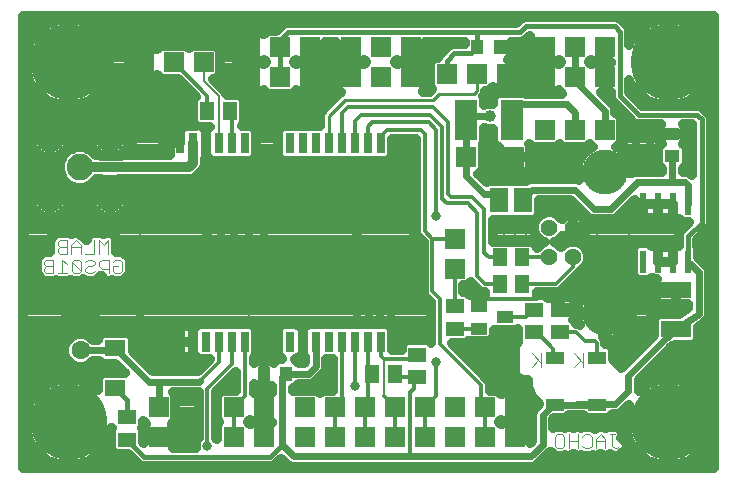
<source format=gbr>
G75*
%MOIN*%
%OFA0B0*%
%FSLAX24Y24*%
%IPPOS*%
%LPD*%
%AMOC8*
5,1,8,0,0,1.08239X$1,22.5*
%
%ADD10C,0.0040*%
%ADD11R,0.0315X0.0709*%
%ADD12R,0.0220X0.0780*%
%ADD13C,0.0562*%
%ADD14C,0.1500*%
%ADD15R,0.0650X0.0650*%
%ADD16R,0.0748X0.1339*%
%ADD17R,0.0512X0.0591*%
%ADD18R,0.0510X0.0390*%
%ADD19R,0.1000X0.0550*%
%ADD20R,0.0591X0.0413*%
%ADD21R,0.0591X0.0512*%
%ADD22C,0.1004*%
%ADD23C,0.0886*%
%ADD24R,0.0551X0.0394*%
%ADD25C,0.2540*%
%ADD26R,0.0390X0.0510*%
%ADD27R,0.0709X0.0669*%
%ADD28R,0.0591X0.0827*%
%ADD29OC8,0.0630*%
%ADD30C,0.0630*%
%ADD31R,0.0709X0.0551*%
%ADD32C,0.0339*%
%ADD33C,0.0120*%
%ADD34C,0.0317*%
%ADD35C,0.0240*%
%ADD36C,0.0160*%
%ADD37C,0.0100*%
%ADD38C,0.0080*%
%ADD39C,0.0080*%
%ADD40C,0.0396*%
D10*
X001655Y007255D02*
X001885Y007255D01*
X001885Y007715D01*
X001655Y007715D01*
X001578Y007639D01*
X001578Y007562D01*
X001655Y007485D01*
X001885Y007485D01*
X001655Y007485D02*
X001578Y007408D01*
X001578Y007332D01*
X001655Y007255D01*
X002038Y007255D02*
X002345Y007255D01*
X002192Y007255D02*
X002192Y007715D01*
X002345Y007562D01*
X002499Y007639D02*
X002499Y007332D01*
X002575Y007255D01*
X002729Y007255D01*
X002806Y007332D01*
X002499Y007639D01*
X002575Y007715D01*
X002729Y007715D01*
X002806Y007639D01*
X002806Y007332D01*
X002959Y007332D02*
X003036Y007255D01*
X003189Y007255D01*
X003266Y007332D01*
X003189Y007485D02*
X003036Y007485D01*
X002959Y007408D01*
X002959Y007332D01*
X003189Y007485D02*
X003266Y007562D01*
X003266Y007639D01*
X003189Y007715D01*
X003036Y007715D01*
X002959Y007639D01*
X002949Y007905D02*
X003256Y007905D01*
X003256Y008365D01*
X003409Y008365D02*
X003409Y007905D01*
X003496Y007715D02*
X003419Y007639D01*
X003419Y007485D01*
X003496Y007408D01*
X003726Y007408D01*
X003726Y007255D02*
X003726Y007715D01*
X003496Y007715D01*
X003716Y007905D02*
X003716Y008365D01*
X003563Y008212D01*
X003409Y008365D01*
X002795Y008212D02*
X002642Y008365D01*
X002488Y008212D01*
X002488Y007905D01*
X002335Y007905D02*
X002105Y007905D01*
X002028Y007982D01*
X002028Y008058D01*
X002105Y008135D01*
X002335Y008135D01*
X002488Y008135D02*
X002795Y008135D01*
X002795Y008212D02*
X002795Y007905D01*
X002335Y007905D02*
X002335Y008365D01*
X002105Y008365D01*
X002028Y008289D01*
X002028Y008212D01*
X002105Y008135D01*
X003880Y007639D02*
X003957Y007715D01*
X004110Y007715D01*
X004187Y007639D01*
X004187Y007332D01*
X004110Y007255D01*
X003957Y007255D01*
X003880Y007332D01*
X003880Y007485D01*
X004033Y007485D01*
X017827Y004589D02*
X018133Y004282D01*
X018057Y004359D02*
X017827Y004129D01*
X018133Y004129D02*
X018133Y004589D01*
X019252Y004589D02*
X019558Y004282D01*
X019482Y004359D02*
X019252Y004129D01*
X019558Y004129D02*
X019558Y004589D01*
X019598Y001890D02*
X019752Y001890D01*
X019829Y001814D01*
X019829Y001507D01*
X019752Y001430D01*
X019598Y001430D01*
X019522Y001507D01*
X019368Y001430D02*
X019368Y001890D01*
X019522Y001814D02*
X019598Y001890D01*
X019368Y001660D02*
X019061Y001660D01*
X018908Y001507D02*
X018831Y001430D01*
X018678Y001430D01*
X018601Y001507D01*
X018601Y001814D01*
X018678Y001890D01*
X018831Y001890D01*
X018908Y001814D01*
X018908Y001507D01*
X019061Y001430D02*
X019061Y001890D01*
X019982Y001737D02*
X019982Y001430D01*
X020289Y001430D02*
X020289Y001737D01*
X020136Y001890D01*
X019982Y001737D01*
X019982Y001660D02*
X020289Y001660D01*
X020519Y001507D02*
X020519Y001890D01*
X020596Y001890D02*
X020442Y001890D01*
X020519Y001507D02*
X020596Y001430D01*
X020673Y001430D01*
X020749Y001507D01*
D11*
X012800Y004978D03*
X012367Y004978D03*
X011934Y004978D03*
X011501Y004978D03*
X011068Y004978D03*
X010635Y004978D03*
X010201Y004978D03*
X009768Y004978D03*
X008272Y004978D03*
X007839Y004978D03*
X007406Y004978D03*
X006973Y004978D03*
X006540Y004978D03*
X006107Y004978D03*
X006107Y011592D03*
X006540Y011592D03*
X006973Y011592D03*
X007406Y011592D03*
X007839Y011592D03*
X008272Y011592D03*
X009768Y011592D03*
X010201Y011592D03*
X010635Y011592D03*
X011068Y011592D03*
X011501Y011592D03*
X011934Y011592D03*
X012367Y011592D03*
X012800Y011592D03*
D12*
X021544Y009580D03*
X022044Y009580D03*
X022544Y009580D03*
X023044Y009580D03*
X023044Y007640D03*
X022544Y007640D03*
X022044Y007640D03*
X021544Y007640D03*
D13*
X019206Y007793D03*
X018419Y007793D03*
X018419Y008777D03*
X019206Y008777D03*
D14*
X020269Y010647D03*
X020269Y005923D03*
D15*
X017269Y002785D03*
X016269Y002785D03*
X015269Y002785D03*
X014269Y002785D03*
X013269Y002785D03*
X012269Y002785D03*
X011269Y002785D03*
X010269Y002785D03*
X010269Y001785D03*
X011269Y001785D03*
X012269Y001785D03*
X013269Y001785D03*
X014269Y001785D03*
X015269Y001785D03*
X016269Y001785D03*
X017269Y001785D03*
X015269Y007410D03*
X015269Y008410D03*
X018269Y012035D03*
X019269Y012035D03*
X020269Y012035D03*
X020269Y013785D03*
X019269Y013785D03*
X018269Y013785D03*
X016994Y013885D03*
X015994Y013885D03*
X014994Y013885D03*
X013794Y013785D03*
X012794Y013785D03*
X011794Y013785D03*
X011794Y014785D03*
X012794Y014785D03*
X013794Y014785D03*
X010444Y014785D03*
X009444Y014785D03*
X008444Y014785D03*
X008444Y013785D03*
X009444Y013785D03*
X010444Y013785D03*
X006894Y014285D03*
X005894Y014285D03*
X004894Y014285D03*
X018269Y014785D03*
X019269Y014785D03*
X020269Y014785D03*
X008894Y002785D03*
X007894Y002785D03*
X007894Y001785D03*
X008894Y001785D03*
X005394Y001785D03*
X005394Y002785D03*
D16*
X015627Y012360D03*
X017162Y012360D03*
D17*
X017518Y007785D03*
X016770Y007785D03*
X016770Y006910D03*
X017518Y006910D03*
X013268Y003910D03*
X012520Y003910D03*
X007768Y012660D03*
X007020Y012660D03*
D18*
X022519Y011909D03*
X022519Y011161D03*
D19*
X022644Y006685D03*
X022644Y005385D03*
D20*
X020019Y004447D03*
X018594Y004447D03*
X018594Y002873D03*
X020019Y002873D03*
D21*
X018769Y005286D03*
X017894Y005286D03*
X017894Y006034D03*
X018769Y006034D03*
X015269Y006159D03*
X015269Y005411D03*
X014019Y004534D03*
X014019Y003786D03*
X004344Y002459D03*
X004344Y001711D03*
D22*
X003769Y009785D03*
X001769Y009785D03*
X001769Y011785D03*
X003769Y011785D03*
D23*
X002769Y010785D03*
D24*
X016086Y006159D03*
X016952Y005785D03*
X016086Y005411D03*
D25*
X022394Y002285D03*
X022394Y014285D03*
X002394Y014285D03*
X002394Y002285D03*
D26*
X008895Y003910D03*
X009643Y003910D03*
X016020Y014785D03*
X016768Y014785D03*
D27*
X017251Y011135D03*
X015637Y011135D03*
D28*
X016751Y009685D03*
X017538Y009685D03*
D29*
X002794Y006085D03*
D30*
X002794Y004685D03*
D31*
X003944Y004754D03*
X003944Y003416D03*
D32*
X000864Y000754D02*
X000864Y015816D01*
X023925Y015816D01*
X023925Y000754D01*
X000864Y000754D01*
X000864Y000960D02*
X001833Y000960D01*
X001778Y000982D02*
X001909Y000928D01*
X002044Y000887D01*
X002183Y000859D01*
X002249Y000853D01*
X002249Y002139D01*
X002540Y002139D01*
X002540Y000853D01*
X002606Y000859D01*
X002745Y000887D01*
X002880Y000928D01*
X003011Y000982D01*
X003135Y001049D01*
X003253Y001127D01*
X003362Y001217D01*
X003462Y001317D01*
X003552Y001427D01*
X003630Y001544D01*
X003697Y001669D01*
X003751Y001799D01*
X003792Y001935D01*
X003820Y002074D01*
X003823Y002105D01*
X003843Y002085D01*
X003820Y002062D01*
X003820Y001360D01*
X003954Y001226D01*
X004392Y001226D01*
X004745Y000873D01*
X004859Y000826D01*
X009156Y000826D01*
X009270Y000873D01*
X009357Y000960D01*
X009479Y001082D01*
X009696Y000864D01*
X009825Y000811D01*
X017889Y000811D01*
X018017Y000864D01*
X018116Y000962D01*
X018392Y001239D01*
X018392Y001239D01*
X018454Y001301D01*
X018460Y001295D01*
X018466Y001289D01*
X018536Y001219D01*
X018536Y001219D01*
X018536Y001219D01*
X018565Y001207D01*
X018628Y001181D01*
X018881Y001181D01*
X018946Y001208D01*
X019012Y001181D01*
X019111Y001181D01*
X019203Y001219D01*
X019215Y001231D01*
X019227Y001219D01*
X019319Y001181D01*
X019418Y001181D01*
X019483Y001208D01*
X019486Y001207D01*
X019549Y001181D01*
X019801Y001181D01*
X019867Y001208D01*
X019932Y001181D01*
X020032Y001181D01*
X020123Y001219D01*
X020136Y001231D01*
X020148Y001219D01*
X020239Y001181D01*
X020339Y001181D01*
X020430Y001219D01*
X020442Y001231D01*
X020455Y001219D01*
X020483Y001207D01*
X020546Y001181D01*
X020722Y001181D01*
X020814Y001219D01*
X020884Y001289D01*
X020961Y001365D01*
X020999Y001457D01*
X020999Y001556D01*
X020961Y001648D01*
X020891Y001718D01*
X020809Y001752D01*
X020845Y001841D01*
X020845Y001940D01*
X020807Y002032D01*
X020737Y002102D01*
X020646Y002140D01*
X020393Y002140D01*
X020301Y002102D01*
X020289Y002090D01*
X020277Y002102D01*
X020274Y002103D01*
X020185Y002140D01*
X020086Y002140D01*
X020084Y002139D01*
X019994Y002102D01*
X019944Y002051D01*
X019894Y002101D01*
X019893Y002102D01*
X019856Y002117D01*
X019801Y002140D01*
X019549Y002140D01*
X019483Y002113D01*
X019418Y002140D01*
X019319Y002140D01*
X019227Y002102D01*
X019215Y002090D01*
X019203Y002102D01*
X019111Y002140D01*
X019012Y002140D01*
X018946Y002113D01*
X018935Y002117D01*
X018881Y002140D01*
X018628Y002140D01*
X018544Y002105D01*
X018544Y002390D01*
X018590Y002437D01*
X018985Y002437D01*
X019071Y002523D01*
X019542Y002523D01*
X019629Y002437D01*
X020410Y002437D01*
X020534Y002561D01*
X020689Y002561D01*
X020817Y002614D01*
X021082Y002879D01*
X021038Y002771D01*
X020996Y002635D01*
X020969Y002496D01*
X020962Y002431D01*
X022249Y002431D01*
X022249Y003717D01*
X022183Y003711D01*
X022044Y003683D01*
X021909Y003642D01*
X021778Y003588D01*
X021654Y003521D01*
X021536Y003443D01*
X021427Y003353D01*
X021394Y003320D01*
X021394Y003690D01*
X022525Y004821D01*
X022567Y004839D01*
X022609Y004881D01*
X023239Y004881D01*
X023374Y005015D01*
X023374Y005469D01*
X023563Y005602D01*
X023592Y005614D01*
X023620Y005641D01*
X023652Y005664D01*
X023668Y005690D01*
X023691Y005712D01*
X023705Y005748D01*
X023726Y005781D01*
X023732Y005812D01*
X023744Y005841D01*
X023744Y005879D01*
X023751Y005918D01*
X023744Y005948D01*
X023744Y007354D01*
X023691Y007483D01*
X023384Y007790D01*
X023384Y008125D01*
X023354Y008155D01*
X023354Y008357D01*
X023757Y008760D01*
X023804Y008873D01*
X023804Y012447D01*
X023757Y012560D01*
X023607Y012710D01*
X023607Y012710D01*
X023520Y012797D01*
X023406Y012844D01*
X021523Y012844D01*
X021079Y013288D01*
X021079Y013700D01*
X021092Y013669D01*
X021158Y013544D01*
X021237Y013427D01*
X021327Y013317D01*
X021427Y013217D01*
X021536Y013127D01*
X021654Y013049D01*
X021778Y012982D01*
X021909Y012928D01*
X022044Y012887D01*
X022183Y012859D01*
X022249Y012853D01*
X022249Y014139D01*
X022540Y014139D01*
X022540Y012853D01*
X022606Y012859D01*
X022745Y012887D01*
X022880Y012928D01*
X023011Y012982D01*
X023135Y013049D01*
X023253Y013127D01*
X023362Y013217D01*
X023462Y013317D01*
X023552Y013427D01*
X023630Y013544D01*
X023697Y013669D01*
X023751Y013799D01*
X023792Y013935D01*
X023820Y014074D01*
X023826Y014139D01*
X022540Y014139D01*
X022540Y014431D01*
X022249Y014431D01*
X022249Y015717D01*
X022183Y015711D01*
X022044Y015683D01*
X021909Y015642D01*
X021778Y015588D01*
X021654Y015521D01*
X021536Y015443D01*
X021427Y015353D01*
X021327Y015253D01*
X021237Y015143D01*
X021158Y015026D01*
X021092Y014901D01*
X021079Y014870D01*
X021079Y015372D01*
X021032Y015485D01*
X020770Y015747D01*
X020656Y015794D01*
X017583Y015794D01*
X017469Y015747D01*
X017316Y015594D01*
X009633Y015594D01*
X009519Y015547D01*
X009311Y015339D01*
X009024Y015339D01*
X008902Y015217D01*
X008873Y015246D01*
X008835Y015268D01*
X008792Y015279D01*
X008444Y015279D01*
X008097Y015279D01*
X008054Y015268D01*
X008015Y015246D01*
X007984Y015214D01*
X007962Y015175D01*
X007950Y015132D01*
X007950Y014785D01*
X008444Y014785D01*
X007950Y014785D01*
X007950Y014438D01*
X007962Y014395D01*
X007984Y014356D01*
X008015Y014324D01*
X008054Y014302D01*
X008097Y014291D01*
X008444Y014291D01*
X008444Y014785D01*
X008444Y014785D01*
X008444Y014785D01*
X008444Y015279D01*
X008444Y014785D01*
X008444Y014785D01*
X008444Y014291D01*
X008792Y014291D01*
X008835Y014302D01*
X008873Y014324D01*
X008902Y014353D01*
X008970Y014285D01*
X008902Y014217D01*
X008873Y014246D01*
X008835Y014268D01*
X008792Y014279D01*
X008444Y014279D01*
X008097Y014279D01*
X008054Y014268D01*
X008015Y014246D01*
X007984Y014214D01*
X007962Y014175D01*
X007950Y014132D01*
X007950Y013785D01*
X008444Y013785D01*
X007950Y013785D01*
X007950Y013438D01*
X007962Y013395D01*
X007984Y013356D01*
X008015Y013324D01*
X008054Y013302D01*
X008097Y013291D01*
X008444Y013291D01*
X008444Y013785D01*
X008444Y013785D01*
X008444Y013785D01*
X008444Y014279D01*
X008444Y013785D01*
X008444Y013785D01*
X008444Y013291D01*
X008792Y013291D01*
X008835Y013302D01*
X008873Y013324D01*
X008902Y013353D01*
X009024Y013231D01*
X009864Y013231D01*
X009987Y013353D01*
X010015Y013324D01*
X010054Y013302D01*
X010097Y013291D01*
X010444Y013291D01*
X010444Y013785D01*
X010444Y014279D01*
X010097Y014279D01*
X010054Y014268D01*
X010015Y014246D01*
X009987Y014217D01*
X009919Y014285D01*
X009987Y014353D01*
X010015Y014324D01*
X010054Y014302D01*
X010097Y014291D01*
X010444Y014291D01*
X010444Y014785D01*
X010444Y014785D01*
X010444Y014291D01*
X010792Y014291D01*
X010835Y014302D01*
X010873Y014324D01*
X010905Y014356D01*
X010927Y014395D01*
X010939Y014438D01*
X010939Y014785D01*
X010939Y014976D01*
X011300Y014976D01*
X011300Y014785D01*
X011794Y014785D01*
X011300Y014785D01*
X011300Y014438D01*
X011312Y014395D01*
X011334Y014356D01*
X011365Y014324D01*
X011404Y014302D01*
X011447Y014291D01*
X011794Y014291D01*
X011794Y014785D01*
X011794Y014785D01*
X011794Y014785D01*
X011794Y014291D01*
X012142Y014291D01*
X012185Y014302D01*
X012223Y014324D01*
X012252Y014353D01*
X012320Y014285D01*
X012252Y014217D01*
X012223Y014246D01*
X012185Y014268D01*
X012142Y014279D01*
X011794Y014279D01*
X011447Y014279D01*
X011404Y014268D01*
X011365Y014246D01*
X011334Y014214D01*
X011312Y014175D01*
X011300Y014132D01*
X011300Y013785D01*
X011794Y013785D01*
X011300Y013785D01*
X011300Y013438D01*
X011312Y013395D01*
X011334Y013356D01*
X011365Y013324D01*
X011404Y013302D01*
X011447Y013291D01*
X011481Y013291D01*
X011436Y013272D01*
X011358Y013193D01*
X010831Y012666D01*
X010788Y012564D01*
X010788Y012176D01*
X009516Y012176D01*
X009382Y012041D01*
X009382Y011143D01*
X009516Y011008D01*
X013052Y011008D01*
X013187Y011143D01*
X013187Y011746D01*
X013980Y011746D01*
X013980Y008602D01*
X014024Y008496D01*
X014105Y008415D01*
X014230Y008290D01*
X014230Y006602D01*
X014274Y006496D01*
X014355Y006415D01*
X014480Y006290D01*
X014480Y004949D01*
X014410Y005019D01*
X013629Y005019D01*
X013495Y004885D01*
X013495Y004699D01*
X013187Y004699D01*
X013187Y005427D01*
X013052Y005562D01*
X010382Y005562D01*
X010322Y005502D01*
X010201Y005502D01*
X010081Y005502D01*
X010021Y005562D01*
X009516Y005562D01*
X009382Y005427D01*
X009382Y004529D01*
X009516Y004394D01*
X009353Y004394D01*
X009227Y004268D01*
X009226Y004269D01*
X009194Y004301D01*
X009156Y004323D01*
X009113Y004334D01*
X008895Y004334D01*
X008678Y004334D01*
X008635Y004323D01*
X008596Y004301D01*
X008565Y004269D01*
X008562Y004264D01*
X008562Y004431D01*
X008659Y004529D01*
X008659Y005427D01*
X008525Y005562D01*
X006721Y005562D01*
X006661Y005502D01*
X006540Y005502D01*
X006360Y005502D01*
X006324Y005492D01*
X006287Y005502D01*
X006107Y005502D01*
X005927Y005502D01*
X005884Y005490D01*
X005845Y005468D01*
X005814Y005436D01*
X005792Y005398D01*
X005780Y005355D01*
X005780Y004978D01*
X006107Y004978D01*
X006107Y004978D01*
X006107Y005502D01*
X006107Y004978D01*
X006434Y004978D01*
X006540Y004978D01*
X006540Y005502D01*
X006540Y004978D01*
X006540Y004978D01*
X006540Y004978D01*
X006107Y004978D01*
X006107Y004978D01*
X006107Y004978D01*
X005780Y004978D01*
X005780Y004601D01*
X005792Y004558D01*
X005814Y004520D01*
X005845Y004488D01*
X005884Y004466D01*
X005927Y004454D01*
X006107Y004454D01*
X006287Y004454D01*
X006324Y004464D01*
X006360Y004454D01*
X006540Y004454D01*
X006540Y004978D01*
X006540Y004978D01*
X006540Y004454D01*
X006661Y004454D01*
X006721Y004394D01*
X007094Y004394D01*
X006710Y004009D01*
X006700Y004009D01*
X006640Y003984D01*
X005208Y003984D01*
X004528Y004665D01*
X004528Y005125D01*
X004394Y005259D01*
X003495Y005259D01*
X003361Y005125D01*
X003361Y005034D01*
X003215Y005034D01*
X003103Y005147D01*
X002903Y005229D01*
X002686Y005229D01*
X002486Y005147D01*
X002333Y004993D01*
X002250Y004793D01*
X002250Y004577D01*
X002333Y004377D01*
X002486Y004223D01*
X002686Y004141D01*
X002903Y004141D01*
X003103Y004223D01*
X003215Y004336D01*
X003409Y004336D01*
X003495Y004249D01*
X003955Y004249D01*
X004284Y003921D01*
X003495Y003921D01*
X003361Y003786D01*
X003361Y003354D01*
X003253Y003443D01*
X003135Y003521D01*
X003011Y003588D01*
X002880Y003642D01*
X002745Y003683D01*
X002606Y003711D01*
X002540Y003717D01*
X002540Y002431D01*
X002249Y002431D01*
X002249Y003717D01*
X002183Y003711D01*
X002044Y003683D01*
X001909Y003642D01*
X001778Y003588D01*
X001654Y003521D01*
X001536Y003443D01*
X001427Y003353D01*
X001327Y003253D01*
X001237Y003143D01*
X001158Y003026D01*
X001092Y002901D01*
X001038Y002771D01*
X000996Y002635D01*
X000969Y002496D01*
X000962Y002431D01*
X002249Y002431D01*
X002249Y002139D01*
X000962Y002139D01*
X000969Y002074D01*
X000996Y001935D01*
X001038Y001799D01*
X001092Y001669D01*
X001158Y001544D01*
X001237Y001427D01*
X001327Y001317D01*
X001427Y001217D01*
X001536Y001127D01*
X001654Y001049D01*
X001778Y000982D01*
X002249Y000960D02*
X002540Y000960D01*
X002956Y000960D02*
X004658Y000960D01*
X003883Y001297D02*
X003442Y001297D01*
X003679Y001634D02*
X003820Y001634D01*
X003800Y001971D02*
X003820Y001971D01*
X004846Y002085D02*
X004869Y002108D01*
X004869Y002336D01*
X004962Y002243D01*
X004934Y002214D01*
X004912Y002175D01*
X004900Y002132D01*
X004900Y001785D01*
X005394Y001785D01*
X004900Y001785D01*
X004900Y001593D01*
X004869Y001624D01*
X004869Y002062D01*
X004846Y002085D01*
X004869Y001971D02*
X004900Y001971D01*
X004900Y001634D02*
X004869Y001634D01*
X005394Y001785D02*
X005394Y001785D01*
X005889Y001785D01*
X005889Y002132D01*
X005877Y002175D01*
X005855Y002214D01*
X005826Y002243D01*
X005949Y002365D01*
X005949Y003205D01*
X005868Y003286D01*
X006730Y003286D01*
X006730Y001770D01*
X006690Y001730D01*
X006631Y001587D01*
X006631Y001444D01*
X005889Y001444D01*
X005889Y001785D01*
X005394Y001785D01*
X005394Y001785D01*
X005889Y001634D02*
X006651Y001634D01*
X006730Y001971D02*
X005889Y001971D01*
X005892Y002309D02*
X006730Y002309D01*
X006730Y002646D02*
X005949Y002646D01*
X005949Y002983D02*
X006730Y002983D01*
X007309Y002983D02*
X007340Y002983D01*
X007340Y003205D02*
X007340Y002365D01*
X007420Y002285D01*
X007340Y002205D01*
X007340Y001738D01*
X007309Y001770D01*
X007309Y003290D01*
X007983Y003964D01*
X007983Y003339D01*
X007474Y003339D01*
X007340Y003205D01*
X007339Y003321D02*
X007456Y003321D01*
X007676Y003658D02*
X007983Y003658D01*
X008562Y003556D02*
X008565Y003551D01*
X008596Y003519D01*
X008635Y003497D01*
X008678Y003486D01*
X008895Y003486D01*
X008895Y003910D01*
X008895Y004334D01*
X008895Y003910D01*
X008895Y003910D01*
X008895Y003910D01*
X008895Y003486D01*
X009113Y003486D01*
X009156Y003497D01*
X009170Y003505D01*
X009170Y003279D01*
X008894Y003279D01*
X008562Y003279D01*
X008562Y003556D01*
X008562Y003321D02*
X009170Y003321D01*
X008894Y003279D02*
X008894Y002785D01*
X008894Y003279D01*
X008894Y002983D02*
X008894Y002983D01*
X008894Y002785D02*
X008894Y002785D01*
X008894Y002785D01*
X008894Y002291D01*
X008547Y002291D01*
X008504Y002302D01*
X008465Y002324D01*
X008437Y002353D01*
X008369Y002285D01*
X008437Y002217D01*
X008465Y002246D01*
X008504Y002268D01*
X008547Y002279D01*
X008894Y002279D01*
X008894Y001785D01*
X008894Y001785D01*
X008894Y002279D01*
X009170Y002279D01*
X009170Y002291D01*
X008894Y002291D01*
X008894Y002785D01*
X008894Y002646D02*
X008894Y002646D01*
X008894Y002309D02*
X008894Y002309D01*
X008493Y002309D02*
X008392Y002309D01*
X008894Y001971D02*
X008894Y001971D01*
X009356Y000960D02*
X009601Y000960D01*
X007340Y001971D02*
X007309Y001971D01*
X007309Y002309D02*
X007396Y002309D01*
X007340Y002646D02*
X007309Y002646D01*
X008895Y003658D02*
X008895Y003658D01*
X008895Y003995D02*
X008895Y003995D01*
X008895Y004332D02*
X008895Y004332D01*
X008671Y004332D02*
X008562Y004332D01*
X008659Y004670D02*
X009382Y004670D01*
X009382Y005007D02*
X008659Y005007D01*
X008659Y005344D02*
X009382Y005344D01*
X010201Y005344D02*
X010201Y005344D01*
X010201Y005502D02*
X010201Y004978D01*
X010201Y005502D01*
X010201Y005007D02*
X010201Y005007D01*
X010201Y004978D02*
X010201Y004978D01*
X010201Y004978D01*
X010201Y004454D01*
X010081Y004454D01*
X010021Y004394D01*
X009934Y004394D01*
X010068Y004260D01*
X010068Y004259D01*
X010250Y004259D01*
X010285Y004295D01*
X010285Y004454D01*
X010201Y004454D01*
X010201Y004978D01*
X010201Y004670D02*
X010201Y004670D01*
X010285Y004332D02*
X009995Y004332D01*
X009291Y004332D02*
X009120Y004332D01*
X009933Y003426D02*
X010068Y003560D01*
X010068Y003561D01*
X010464Y003561D01*
X010592Y003614D01*
X010691Y003712D01*
X010931Y003952D01*
X010984Y004081D01*
X010984Y004394D01*
X011211Y004394D01*
X011211Y003339D01*
X010849Y003339D01*
X010769Y003259D01*
X010689Y003339D01*
X009869Y003339D01*
X009869Y003426D01*
X009933Y003426D01*
X010636Y003658D02*
X011211Y003658D01*
X011211Y003995D02*
X010949Y003995D01*
X010984Y004332D02*
X011211Y004332D01*
X010831Y003321D02*
X010708Y003321D01*
X013187Y005007D02*
X013617Y005007D01*
X013187Y005344D02*
X014480Y005344D01*
X014480Y005007D02*
X014422Y005007D01*
X015163Y004926D02*
X015660Y004926D01*
X015719Y004985D01*
X016457Y004985D01*
X016591Y005119D01*
X016591Y005359D01*
X017323Y005359D01*
X017370Y005405D01*
X017370Y004958D01*
X017356Y004947D01*
X017338Y004929D01*
X017321Y004908D01*
X017308Y004887D01*
X017297Y004863D01*
X017288Y004839D01*
X017282Y004814D01*
X017279Y004788D01*
X017279Y003929D01*
X017282Y003904D01*
X017288Y003879D01*
X017297Y003854D01*
X017308Y003831D01*
X017321Y003809D01*
X017338Y003789D01*
X017356Y003771D01*
X017376Y003755D01*
X017398Y003741D01*
X017421Y003730D01*
X017445Y003721D01*
X017470Y003716D01*
X017496Y003713D01*
X017694Y003713D01*
X017694Y003481D01*
X017831Y003150D01*
X018070Y002911D01*
X018070Y002904D01*
X017898Y002733D01*
X017845Y002604D01*
X017845Y001680D01*
X017764Y001599D01*
X017764Y001785D01*
X017764Y002132D01*
X017752Y002175D01*
X017730Y002214D01*
X017698Y002246D01*
X017660Y002268D01*
X017617Y002279D01*
X017269Y002279D01*
X016922Y002279D01*
X016879Y002268D01*
X016840Y002246D01*
X016812Y002217D01*
X016744Y002285D01*
X016812Y002353D01*
X016840Y002324D01*
X016879Y002302D01*
X016922Y002291D01*
X017269Y002291D01*
X017269Y002785D01*
X017269Y003279D01*
X016922Y003279D01*
X016879Y003268D01*
X016840Y003246D01*
X016812Y003217D01*
X016689Y003339D01*
X016434Y003339D01*
X016434Y003593D01*
X016390Y003699D01*
X016308Y003780D01*
X015163Y004926D01*
X015419Y004670D02*
X017279Y004670D01*
X017279Y004332D02*
X015756Y004332D01*
X016094Y003995D02*
X017279Y003995D01*
X017694Y003658D02*
X016407Y003658D01*
X016308Y003780D02*
X016308Y003780D01*
X016708Y003321D02*
X017760Y003321D01*
X017698Y003246D02*
X017660Y003268D01*
X017617Y003279D01*
X017269Y003279D01*
X017269Y002785D01*
X017269Y002785D01*
X017269Y002785D01*
X017269Y002291D01*
X017617Y002291D01*
X017660Y002302D01*
X017698Y002324D01*
X017730Y002356D01*
X017752Y002395D01*
X017764Y002438D01*
X017764Y002785D01*
X017764Y003132D01*
X017752Y003175D01*
X017730Y003214D01*
X017698Y003246D01*
X017764Y002983D02*
X017997Y002983D01*
X017764Y002785D02*
X017269Y002785D01*
X017269Y002785D01*
X017764Y002785D01*
X017764Y002646D02*
X017862Y002646D01*
X017845Y002309D02*
X017671Y002309D01*
X017269Y002309D02*
X017269Y002309D01*
X017269Y002279D02*
X017269Y001785D01*
X017269Y001785D01*
X017269Y002279D01*
X017269Y001971D02*
X017269Y001971D01*
X017269Y001785D02*
X017764Y001785D01*
X017269Y001785D01*
X017269Y001785D01*
X017764Y001634D02*
X017799Y001634D01*
X017764Y001971D02*
X017845Y001971D01*
X018544Y002309D02*
X022249Y002309D01*
X022249Y002431D02*
X022249Y002139D01*
X022540Y002139D01*
X022540Y000853D01*
X022606Y000859D01*
X022745Y000887D01*
X022880Y000928D01*
X023011Y000982D01*
X023135Y001049D01*
X023253Y001127D01*
X023362Y001217D01*
X023462Y001317D01*
X023552Y001427D01*
X023630Y001544D01*
X023697Y001669D01*
X023751Y001799D01*
X023792Y001935D01*
X023820Y002074D01*
X023826Y002139D01*
X022540Y002139D01*
X022540Y002431D01*
X022249Y002431D01*
X022249Y002646D02*
X022540Y002646D01*
X022540Y002431D02*
X022540Y003717D01*
X022606Y003711D01*
X022745Y003683D01*
X022880Y003642D01*
X023011Y003588D01*
X023135Y003521D01*
X023253Y003443D01*
X023362Y003353D01*
X023462Y003253D01*
X023552Y003143D01*
X023630Y003026D01*
X023697Y002901D01*
X023751Y002771D01*
X023792Y002635D01*
X023820Y002496D01*
X023826Y002431D01*
X022540Y002431D01*
X022540Y002309D02*
X023925Y002309D01*
X023925Y002646D02*
X023789Y002646D01*
X023653Y002983D02*
X023925Y002983D01*
X023925Y003321D02*
X023394Y003321D01*
X023925Y003658D02*
X022827Y003658D01*
X022540Y003658D02*
X022249Y003658D01*
X021961Y003658D02*
X021394Y003658D01*
X021394Y003321D02*
X021394Y003321D01*
X021699Y003995D02*
X023925Y003995D01*
X023925Y004332D02*
X022036Y004332D01*
X022373Y004670D02*
X023925Y004670D01*
X023925Y005007D02*
X023366Y005007D01*
X023374Y005344D02*
X023925Y005344D01*
X023925Y005682D02*
X023663Y005682D01*
X023744Y006019D02*
X023925Y006019D01*
X023925Y006356D02*
X023744Y006356D01*
X023744Y006693D02*
X023925Y006693D01*
X023925Y007031D02*
X023744Y007031D01*
X023738Y007368D02*
X023925Y007368D01*
X023925Y007705D02*
X023468Y007705D01*
X023384Y008042D02*
X023925Y008042D01*
X023925Y008380D02*
X023377Y008380D01*
X023714Y008717D02*
X023925Y008717D01*
X023925Y009054D02*
X023804Y009054D01*
X023804Y009392D02*
X023925Y009392D01*
X023925Y009729D02*
X023804Y009729D01*
X023804Y010066D02*
X023925Y010066D01*
X023925Y010403D02*
X023804Y010403D01*
X023804Y010741D02*
X023925Y010741D01*
X023925Y011078D02*
X023804Y011078D01*
X023804Y011415D02*
X023925Y011415D01*
X023925Y011753D02*
X023804Y011753D01*
X023185Y011753D02*
X022944Y011753D01*
X022944Y011692D02*
X022944Y011909D01*
X022944Y012126D01*
X022932Y012169D01*
X022910Y012208D01*
X022892Y012226D01*
X023185Y012226D01*
X023185Y010539D01*
X023142Y010581D01*
X023014Y010634D01*
X022869Y010634D01*
X022869Y010737D01*
X022869Y010737D01*
X023004Y010871D01*
X023004Y011451D01*
X022877Y011578D01*
X022878Y011578D01*
X022910Y011610D01*
X022932Y011649D01*
X022944Y011692D01*
X022944Y011909D02*
X022519Y011909D01*
X022095Y011909D01*
X022095Y011692D01*
X022107Y011649D01*
X022129Y011610D01*
X022160Y011578D01*
X022162Y011578D01*
X022035Y011451D01*
X022035Y010871D01*
X022169Y010737D01*
X022170Y010737D01*
X022170Y010634D01*
X021275Y010634D01*
X021168Y010590D01*
X020326Y010590D01*
X020326Y010704D01*
X021188Y010704D01*
X021177Y010801D01*
X021154Y010902D01*
X021120Y011000D01*
X021075Y011093D01*
X021020Y011180D01*
X020956Y011261D01*
X020883Y011334D01*
X020802Y011398D01*
X020715Y011453D01*
X020658Y011481D01*
X020689Y011481D01*
X020824Y011615D01*
X020824Y012455D01*
X020689Y012589D01*
X020619Y012589D01*
X020619Y012729D01*
X020566Y012858D01*
X020467Y012956D01*
X020133Y013291D01*
X020269Y013291D01*
X020269Y013785D01*
X020269Y014279D01*
X019922Y014279D01*
X019879Y014268D01*
X019840Y014246D01*
X019812Y014217D01*
X019744Y014285D01*
X019812Y014353D01*
X019840Y014324D01*
X019879Y014302D01*
X019922Y014291D01*
X020269Y014291D01*
X020269Y014785D01*
X020269Y014785D01*
X020269Y014291D01*
X020460Y014291D01*
X020460Y014279D01*
X020269Y014279D01*
X020269Y013785D01*
X020269Y013785D01*
X020269Y013785D01*
X020269Y013291D01*
X020460Y013291D01*
X020460Y013098D01*
X020507Y012985D01*
X020594Y012898D01*
X021132Y012360D01*
X021219Y012273D01*
X021333Y012226D01*
X022146Y012226D01*
X022129Y012208D01*
X022107Y012169D01*
X022095Y012126D01*
X022095Y011909D01*
X022519Y011909D01*
X022519Y011909D01*
X022944Y011909D01*
X022944Y012090D02*
X023185Y012090D01*
X023804Y012090D02*
X023925Y012090D01*
X023925Y012427D02*
X023804Y012427D01*
X023925Y012764D02*
X023552Y012764D01*
X023214Y013102D02*
X023925Y013102D01*
X023925Y013439D02*
X023560Y013439D01*
X023742Y013776D02*
X023925Y013776D01*
X023925Y014114D02*
X023824Y014114D01*
X023826Y014431D02*
X023820Y014496D01*
X023792Y014635D01*
X023751Y014771D01*
X023697Y014901D01*
X023630Y015026D01*
X023552Y015143D01*
X023462Y015253D01*
X023362Y015353D01*
X023253Y015443D01*
X023135Y015521D01*
X023011Y015588D01*
X022880Y015642D01*
X022745Y015683D01*
X022606Y015711D01*
X022540Y015717D01*
X022540Y014431D01*
X023826Y014431D01*
X023824Y014451D02*
X023925Y014451D01*
X023925Y014788D02*
X023744Y014788D01*
X023564Y015125D02*
X023925Y015125D01*
X023925Y015463D02*
X023223Y015463D01*
X022540Y015463D02*
X022249Y015463D01*
X022249Y015125D02*
X022540Y015125D01*
X022540Y014788D02*
X022249Y014788D01*
X022249Y014451D02*
X022540Y014451D01*
X022540Y014114D02*
X022249Y014114D01*
X022249Y013776D02*
X022540Y013776D01*
X022540Y013439D02*
X022249Y013439D01*
X022249Y013102D02*
X022540Y013102D01*
X021574Y013102D02*
X021265Y013102D01*
X021229Y013439D02*
X021079Y013439D01*
X020460Y013102D02*
X020322Y013102D01*
X020269Y013439D02*
X020269Y013439D01*
X020269Y013776D02*
X020269Y013776D01*
X020269Y014114D02*
X020269Y014114D01*
X020269Y014451D02*
X020269Y014451D01*
X021079Y015125D02*
X021225Y015125D01*
X021041Y015463D02*
X021566Y015463D01*
X023925Y015800D02*
X000864Y015800D01*
X000864Y015463D02*
X001566Y015463D01*
X001536Y015443D02*
X001427Y015353D01*
X001327Y015253D01*
X001237Y015143D01*
X001158Y015026D01*
X001092Y014901D01*
X001038Y014771D01*
X000996Y014635D01*
X000969Y014496D01*
X000962Y014431D01*
X002249Y014431D01*
X002249Y015717D01*
X002183Y015711D01*
X002044Y015683D01*
X001909Y015642D01*
X001778Y015588D01*
X001654Y015521D01*
X001536Y015443D01*
X001225Y015125D02*
X000864Y015125D01*
X000864Y014788D02*
X001045Y014788D01*
X000964Y014451D02*
X000864Y014451D01*
X000962Y014139D02*
X000969Y014074D01*
X000996Y013935D01*
X001038Y013799D01*
X001092Y013669D01*
X001158Y013544D01*
X001237Y013427D01*
X001327Y013317D01*
X001427Y013217D01*
X001536Y013127D01*
X001654Y013049D01*
X001778Y012982D01*
X001909Y012928D01*
X002044Y012887D01*
X002183Y012859D01*
X002249Y012853D01*
X002249Y014139D01*
X002540Y014139D01*
X002540Y012853D01*
X002606Y012859D01*
X002745Y012887D01*
X002880Y012928D01*
X003011Y012982D01*
X003135Y013049D01*
X003253Y013127D01*
X003362Y013217D01*
X003462Y013317D01*
X003552Y013427D01*
X003630Y013544D01*
X003697Y013669D01*
X003751Y013799D01*
X003792Y013935D01*
X003820Y014074D01*
X003826Y014139D01*
X002540Y014139D01*
X002540Y014431D01*
X002249Y014431D01*
X002249Y014139D01*
X000962Y014139D01*
X000965Y014114D02*
X000864Y014114D01*
X000864Y013776D02*
X001047Y013776D01*
X000864Y013439D02*
X001229Y013439D01*
X001574Y013102D02*
X000864Y013102D01*
X000864Y012764D02*
X006535Y012764D01*
X006535Y013050D02*
X006535Y012270D01*
X006629Y012176D01*
X006288Y012176D01*
X006228Y012116D01*
X006107Y012116D01*
X005927Y012116D01*
X005884Y012104D01*
X005845Y012082D01*
X005814Y012050D01*
X005792Y012012D01*
X005780Y011969D01*
X005780Y011592D01*
X005780Y011215D01*
X005789Y011184D01*
X004071Y011184D01*
X004143Y011226D01*
X004213Y011279D01*
X004275Y011341D01*
X004329Y011411D01*
X004373Y011487D01*
X004406Y011569D01*
X004429Y011654D01*
X004441Y011741D01*
X004441Y011785D01*
X004441Y011829D01*
X004429Y011916D01*
X004406Y012001D01*
X004373Y012083D01*
X004329Y012159D01*
X004275Y012229D01*
X004213Y012291D01*
X004143Y012344D01*
X004067Y012388D01*
X003986Y012422D01*
X003901Y012445D01*
X003813Y012456D01*
X003769Y012456D01*
X003725Y012456D01*
X003638Y012445D01*
X003553Y012422D01*
X003472Y012388D01*
X003396Y012344D01*
X003326Y012291D01*
X003264Y012229D01*
X003210Y012159D01*
X003166Y012083D01*
X003132Y012001D01*
X003110Y011916D01*
X003098Y011829D01*
X003098Y011785D01*
X003098Y011741D01*
X003110Y011654D01*
X003132Y011569D01*
X003166Y011487D01*
X003210Y011411D01*
X003264Y011341D01*
X003326Y011279D01*
X003396Y011226D01*
X003468Y011184D01*
X003321Y011184D01*
X003150Y011355D01*
X002903Y011457D01*
X002636Y011457D01*
X002389Y011355D01*
X002199Y011166D01*
X002097Y010919D01*
X002097Y010651D01*
X002199Y010404D01*
X002389Y010215D01*
X002636Y010113D01*
X002903Y010113D01*
X003150Y010215D01*
X003321Y010386D01*
X003468Y010386D01*
X003396Y010344D01*
X003326Y010291D01*
X003264Y010229D01*
X003210Y010159D01*
X003166Y010083D01*
X003132Y010001D01*
X003110Y009916D01*
X003098Y009829D01*
X003098Y009785D01*
X003098Y009741D01*
X003110Y009654D01*
X003132Y009569D01*
X003166Y009487D01*
X003210Y009411D01*
X003264Y009341D01*
X003326Y009279D01*
X003396Y009226D01*
X003472Y009182D01*
X003553Y009148D01*
X003638Y009125D01*
X003725Y009114D01*
X003769Y009114D01*
X003769Y009785D01*
X003098Y009785D01*
X003769Y009785D01*
X003769Y009785D01*
X003769Y009785D01*
X003769Y009114D01*
X003813Y009114D01*
X003901Y009125D01*
X003986Y009148D01*
X004067Y009182D01*
X004143Y009226D01*
X004213Y009279D01*
X004275Y009341D01*
X004329Y009411D01*
X004373Y009487D01*
X004406Y009569D01*
X004429Y009654D01*
X004441Y009741D01*
X004441Y009785D01*
X004441Y009829D01*
X004429Y009916D01*
X004406Y010001D01*
X004373Y010083D01*
X004329Y010159D01*
X004275Y010229D01*
X004213Y010291D01*
X004143Y010344D01*
X004071Y010386D01*
X006474Y010386D01*
X006620Y010447D01*
X006732Y010559D01*
X006878Y010705D01*
X006939Y010851D01*
X006939Y011068D01*
X006973Y011068D01*
X006973Y011592D01*
X006973Y011592D01*
X006973Y011068D01*
X007094Y011068D01*
X007154Y011008D01*
X008525Y011008D01*
X008659Y011143D01*
X008659Y012041D01*
X008525Y012176D01*
X008160Y012176D01*
X008254Y012270D01*
X008254Y013050D01*
X008119Y013185D01*
X007664Y013185D01*
X007664Y013214D01*
X007623Y013313D01*
X007547Y013388D01*
X007205Y013731D01*
X007314Y013731D01*
X007449Y013865D01*
X007449Y014705D01*
X007314Y014839D01*
X006474Y014839D01*
X006394Y014759D01*
X006314Y014839D01*
X005474Y014839D01*
X005352Y014717D01*
X005323Y014746D01*
X005285Y014768D01*
X005242Y014779D01*
X004894Y014779D01*
X004547Y014779D01*
X004504Y014768D01*
X004465Y014746D01*
X004434Y014714D01*
X004412Y014675D01*
X004400Y014632D01*
X004400Y014285D01*
X004894Y014285D01*
X004400Y014285D01*
X004400Y013938D01*
X004412Y013895D01*
X004434Y013856D01*
X004465Y013824D01*
X004504Y013802D01*
X004547Y013791D01*
X004894Y013791D01*
X004894Y014285D01*
X004894Y014285D01*
X004894Y014779D01*
X004894Y014285D01*
X004894Y014285D01*
X004894Y014285D01*
X004894Y013791D01*
X005242Y013791D01*
X005285Y013802D01*
X005323Y013824D01*
X005352Y013853D01*
X005474Y013731D01*
X006040Y013731D01*
X006627Y013143D01*
X006535Y013050D01*
X006587Y013102D02*
X003214Y013102D01*
X003560Y013439D02*
X006331Y013439D01*
X005429Y013776D02*
X003742Y013776D01*
X003824Y014114D02*
X004400Y014114D01*
X004400Y014451D02*
X003824Y014451D01*
X003826Y014431D02*
X003820Y014496D01*
X003792Y014635D01*
X003751Y014771D01*
X003697Y014901D01*
X003630Y015026D01*
X003552Y015143D01*
X003462Y015253D01*
X003362Y015353D01*
X003253Y015443D01*
X003135Y015521D01*
X003011Y015588D01*
X002880Y015642D01*
X002745Y015683D01*
X002606Y015711D01*
X002540Y015717D01*
X002540Y014431D01*
X003826Y014431D01*
X003744Y014788D02*
X005423Y014788D01*
X004894Y014451D02*
X004894Y014451D01*
X004894Y014114D02*
X004894Y014114D01*
X006366Y014788D02*
X006423Y014788D01*
X007366Y014788D02*
X007950Y014788D01*
X007950Y014451D02*
X007449Y014451D01*
X007449Y014114D02*
X007950Y014114D01*
X007950Y013776D02*
X007360Y013776D01*
X007496Y013439D02*
X007950Y013439D01*
X008202Y013102D02*
X011266Y013102D01*
X011300Y013439D02*
X010939Y013439D01*
X010939Y013438D02*
X010939Y013785D01*
X010939Y014132D01*
X010927Y014175D01*
X010905Y014214D01*
X010873Y014246D01*
X010835Y014268D01*
X010792Y014279D01*
X010444Y014279D01*
X010444Y013785D01*
X010444Y013785D01*
X010444Y013785D01*
X010444Y013291D01*
X010792Y013291D01*
X010835Y013302D01*
X010873Y013324D01*
X010905Y013356D01*
X010927Y013395D01*
X010939Y013438D01*
X010939Y013776D02*
X011300Y013776D01*
X011300Y014114D02*
X010939Y014114D01*
X010939Y013785D02*
X010444Y013785D01*
X010444Y013785D01*
X010939Y013785D01*
X010444Y013776D02*
X010444Y013776D01*
X010444Y013439D02*
X010444Y013439D01*
X010444Y014114D02*
X010444Y014114D01*
X010444Y014451D02*
X010444Y014451D01*
X010444Y014785D02*
X010444Y014785D01*
X010939Y014785D01*
X010444Y014785D01*
X010939Y014788D02*
X011300Y014788D01*
X011300Y014451D02*
X010939Y014451D01*
X011794Y014451D02*
X011794Y014451D01*
X011794Y014279D02*
X011794Y013785D01*
X011794Y013785D01*
X011794Y013785D01*
X011794Y014279D01*
X011794Y014114D02*
X011794Y014114D01*
X013269Y014285D02*
X013337Y014217D01*
X013365Y014246D01*
X013404Y014268D01*
X013447Y014279D01*
X013794Y014279D01*
X013794Y013785D01*
X013794Y013785D01*
X013794Y014279D01*
X014142Y014279D01*
X014185Y014268D01*
X014223Y014246D01*
X014255Y014214D01*
X014277Y014175D01*
X014289Y014132D01*
X014289Y013785D01*
X013794Y013785D01*
X013794Y013785D01*
X014289Y013785D01*
X014289Y013438D01*
X014277Y013395D01*
X014255Y013356D01*
X014223Y013324D01*
X014206Y013314D01*
X014429Y013314D01*
X014508Y013393D01*
X014510Y013395D01*
X014440Y013465D01*
X014440Y014305D01*
X014574Y014439D01*
X014703Y014439D01*
X014732Y014510D01*
X014982Y014760D01*
X015069Y014847D01*
X015183Y014894D01*
X015596Y014894D01*
X015596Y014976D01*
X014289Y014976D01*
X014289Y014785D01*
X013794Y014785D01*
X013794Y014785D01*
X013794Y014291D01*
X013447Y014291D01*
X013404Y014302D01*
X013365Y014324D01*
X013337Y014353D01*
X013269Y014285D01*
X013794Y014291D02*
X014142Y014291D01*
X014185Y014302D01*
X014223Y014324D01*
X014255Y014356D01*
X014277Y014395D01*
X014289Y014438D01*
X014289Y014785D01*
X013794Y014785D01*
X013794Y014291D01*
X013794Y014451D02*
X013794Y014451D01*
X013794Y014785D02*
X013794Y014785D01*
X014289Y014788D02*
X015010Y014788D01*
X014707Y014451D02*
X014289Y014451D01*
X014289Y014114D02*
X014440Y014114D01*
X014440Y013776D02*
X014289Y013776D01*
X014289Y013439D02*
X014466Y013439D01*
X013794Y014114D02*
X013794Y014114D01*
X016204Y013150D02*
X016231Y013177D01*
X016274Y013279D01*
X016274Y013331D01*
X016414Y013331D01*
X016537Y013453D01*
X016565Y013424D01*
X016604Y013402D01*
X016647Y013391D01*
X016994Y013391D01*
X016994Y013885D01*
X016994Y013885D01*
X016994Y013391D01*
X017342Y013391D01*
X017385Y013402D01*
X017423Y013424D01*
X017455Y013456D01*
X017477Y013495D01*
X017489Y013538D01*
X017489Y013885D01*
X017489Y014232D01*
X017477Y014275D01*
X017455Y014314D01*
X017423Y014346D01*
X017385Y014368D01*
X017342Y014379D01*
X017041Y014379D01*
X017067Y014394D01*
X017099Y014426D01*
X017121Y014465D01*
X017133Y014508D01*
X017133Y014785D01*
X017133Y014976D01*
X017506Y014976D01*
X017620Y015023D01*
X017773Y015176D01*
X017787Y015176D01*
X017787Y015175D01*
X017775Y015132D01*
X017775Y014785D01*
X018269Y014785D01*
X017775Y014785D01*
X017775Y014438D01*
X017787Y014395D01*
X017809Y014356D01*
X017840Y014324D01*
X017879Y014302D01*
X017922Y014291D01*
X018269Y014291D01*
X018269Y014785D01*
X018269Y014785D01*
X018269Y014785D01*
X018269Y014291D01*
X018617Y014291D01*
X018660Y014302D01*
X018698Y014324D01*
X018727Y014353D01*
X018795Y014285D01*
X018727Y014217D01*
X018698Y014246D01*
X018660Y014268D01*
X018617Y014279D01*
X018269Y014279D01*
X017922Y014279D01*
X017879Y014268D01*
X017840Y014246D01*
X017809Y014214D01*
X017787Y014175D01*
X017775Y014132D01*
X017775Y013785D01*
X018269Y013785D01*
X017775Y013785D01*
X017775Y013438D01*
X017787Y013395D01*
X017809Y013356D01*
X017840Y013324D01*
X017879Y013302D01*
X017922Y013291D01*
X018269Y013291D01*
X018269Y013785D01*
X018269Y013785D01*
X018269Y013785D01*
X018269Y014279D01*
X018269Y013785D01*
X018269Y013785D01*
X018269Y013291D01*
X018617Y013291D01*
X018660Y013302D01*
X018698Y013324D01*
X018727Y013353D01*
X018846Y013234D01*
X017655Y013234D01*
X017631Y013259D01*
X016693Y013259D01*
X016559Y013124D01*
X016559Y012900D01*
X016529Y012913D01*
X016359Y012913D01*
X016230Y012859D01*
X016230Y013124D01*
X016204Y013150D01*
X016230Y013102D02*
X016559Y013102D01*
X016551Y013439D02*
X016523Y013439D01*
X016994Y013439D02*
X016994Y013439D01*
X017438Y013439D02*
X017775Y013439D01*
X017775Y013776D02*
X017489Y013776D01*
X017489Y013885D02*
X016994Y013885D01*
X017489Y013885D01*
X017489Y014114D02*
X017775Y014114D01*
X017775Y014451D02*
X017113Y014451D01*
X017133Y014785D02*
X016768Y014785D01*
X017133Y014785D01*
X017133Y014788D02*
X017775Y014788D01*
X017775Y015125D02*
X017722Y015125D01*
X018269Y014451D02*
X018269Y014451D01*
X018269Y014114D02*
X018269Y014114D01*
X018269Y013776D02*
X018269Y013776D01*
X018269Y013439D02*
X018269Y013439D01*
X016994Y013776D02*
X016994Y013776D01*
X016994Y013885D02*
X016994Y013885D01*
X016768Y014785D02*
X016768Y014785D01*
X020604Y012764D02*
X020727Y012764D01*
X020824Y012427D02*
X021065Y012427D01*
X020824Y012090D02*
X022095Y012090D01*
X022519Y011909D02*
X022519Y011909D01*
X022095Y011753D02*
X020824Y011753D01*
X020775Y011415D02*
X022035Y011415D01*
X022035Y011078D02*
X021082Y011078D01*
X021184Y010741D02*
X022165Y010741D01*
X022874Y010741D02*
X023185Y010741D01*
X023185Y011078D02*
X023004Y011078D01*
X023004Y011415D02*
X023185Y011415D01*
X021265Y009711D02*
X021265Y009580D01*
X021544Y009580D01*
X021265Y009580D01*
X021265Y009168D01*
X021277Y009125D01*
X021299Y009086D01*
X021330Y009054D01*
X021369Y009032D01*
X021412Y009021D01*
X021544Y009021D01*
X021544Y009580D01*
X021544Y009580D01*
X021544Y009580D01*
X021544Y009021D01*
X021677Y009021D01*
X021720Y009032D01*
X021758Y009054D01*
X021831Y009054D01*
X021830Y009054D02*
X021869Y009032D01*
X021912Y009021D01*
X022044Y009021D01*
X022044Y009580D01*
X021765Y009580D01*
X021544Y009580D01*
X022044Y009580D01*
X022044Y009580D01*
X022044Y009580D01*
X022044Y009021D01*
X022177Y009021D01*
X022220Y009032D01*
X022258Y009054D01*
X022331Y009054D01*
X022330Y009054D02*
X022369Y009032D01*
X022412Y009021D01*
X022544Y009021D01*
X022544Y009580D01*
X022265Y009580D01*
X022044Y009580D01*
X022544Y009580D01*
X022544Y009580D01*
X022544Y009580D01*
X022544Y009021D01*
X022677Y009021D01*
X022720Y009032D01*
X022750Y009050D01*
X022839Y008961D01*
X023082Y008961D01*
X022782Y008660D01*
X022735Y008547D01*
X022735Y008179D01*
X022720Y008188D01*
X022677Y008199D01*
X022544Y008199D01*
X022412Y008199D01*
X022369Y008188D01*
X022330Y008166D01*
X022299Y008134D01*
X022294Y008126D01*
X022290Y008134D01*
X022258Y008166D01*
X022220Y008188D01*
X022177Y008199D01*
X022044Y008199D01*
X021912Y008199D01*
X021869Y008188D01*
X021839Y008170D01*
X021749Y008259D01*
X021339Y008259D01*
X021205Y008125D01*
X021205Y007155D01*
X021339Y007021D01*
X021749Y007021D01*
X021839Y007110D01*
X021869Y007092D01*
X021912Y007081D01*
X022025Y007081D01*
X022009Y007064D01*
X021987Y007025D01*
X021975Y006982D01*
X021975Y006685D01*
X022644Y006685D01*
X021975Y006685D01*
X021975Y006388D01*
X021987Y006345D01*
X022009Y006306D01*
X022040Y006274D01*
X022079Y006252D01*
X022122Y006241D01*
X022644Y006241D01*
X022644Y006685D01*
X022644Y006685D01*
X022644Y006685D01*
X022644Y006241D01*
X023045Y006241D01*
X023045Y006092D01*
X022756Y005889D01*
X022049Y005889D01*
X021915Y005755D01*
X021915Y005200D01*
X020813Y004098D01*
X020783Y004170D01*
X020544Y004409D01*
X020544Y004749D01*
X020410Y004883D01*
X020284Y004883D01*
X020284Y004993D01*
X020240Y005099D01*
X020212Y005126D01*
X020212Y005866D01*
X019351Y005866D01*
X019362Y005769D01*
X019385Y005668D01*
X019419Y005570D01*
X019433Y005542D01*
X019351Y005575D01*
X019294Y005575D01*
X019294Y005637D01*
X019221Y005710D01*
X019223Y005713D01*
X019234Y005756D01*
X019234Y006034D01*
X018769Y006034D01*
X018769Y006459D01*
X018452Y006459D01*
X018409Y006448D01*
X018375Y006429D01*
X018285Y006519D01*
X018003Y006519D01*
X018004Y006520D01*
X018004Y006621D01*
X018702Y006621D01*
X018808Y006665D01*
X018890Y006746D01*
X019452Y007308D01*
X019469Y007349D01*
X019496Y007360D01*
X019639Y007504D01*
X019717Y007691D01*
X019717Y007894D01*
X019639Y008082D01*
X019496Y008226D01*
X019308Y008303D01*
X019105Y008303D01*
X018917Y008226D01*
X018813Y008121D01*
X018708Y008226D01*
X018565Y008285D01*
X018708Y008344D01*
X018852Y008488D01*
X018855Y008495D01*
X018863Y008484D01*
X018913Y008434D01*
X018970Y008392D01*
X019033Y008360D01*
X019101Y008338D01*
X019171Y008327D01*
X019206Y008327D01*
X019206Y008777D01*
X019206Y008777D01*
X019206Y009228D01*
X019171Y009228D01*
X019101Y009217D01*
X019033Y009195D01*
X018970Y009162D01*
X018913Y009121D01*
X018863Y009071D01*
X018855Y009059D01*
X018852Y009066D01*
X018708Y009210D01*
X018521Y009288D01*
X018317Y009288D01*
X018130Y009210D01*
X017986Y009066D01*
X017909Y008879D01*
X017909Y008676D01*
X017986Y008488D01*
X018130Y008344D01*
X018273Y008285D01*
X018130Y008226D01*
X018004Y008100D01*
X018004Y008175D01*
X017869Y008310D01*
X017167Y008310D01*
X017144Y008287D01*
X017121Y008310D01*
X016534Y008310D01*
X016534Y009042D01*
X017141Y009042D01*
X017144Y009046D01*
X017148Y009042D01*
X017928Y009042D01*
X018063Y009177D01*
X018063Y009686D01*
X019125Y009686D01*
X019598Y009212D01*
X019696Y009114D01*
X019825Y009061D01*
X020539Y009061D01*
X020667Y009114D01*
X021265Y009711D01*
X021544Y009580D02*
X021544Y009580D01*
X021544Y009392D02*
X021544Y009392D01*
X021265Y009392D02*
X020945Y009392D01*
X021331Y009054D02*
X019562Y009054D01*
X019550Y009071D02*
X019500Y009121D01*
X019443Y009162D01*
X019379Y009195D01*
X019312Y009217D01*
X019242Y009228D01*
X019206Y009228D01*
X019206Y008777D01*
X019206Y008777D01*
X019206Y008327D01*
X019242Y008327D01*
X019312Y008338D01*
X019379Y008360D01*
X019443Y008392D01*
X019500Y008434D01*
X019550Y008484D01*
X019592Y008541D01*
X019624Y008604D01*
X019646Y008672D01*
X019657Y008742D01*
X019657Y008777D01*
X019206Y008777D01*
X019206Y008777D01*
X019657Y008777D01*
X019657Y008813D01*
X019646Y008883D01*
X019624Y008950D01*
X019592Y009013D01*
X019550Y009071D01*
X019206Y009054D02*
X019206Y009054D01*
X019206Y008717D02*
X019206Y008717D01*
X019653Y008717D02*
X022839Y008717D01*
X022735Y008380D02*
X019419Y008380D01*
X019206Y008380D02*
X019206Y008380D01*
X018994Y008380D02*
X018744Y008380D01*
X018094Y008380D02*
X016534Y008380D01*
X016534Y008717D02*
X017909Y008717D01*
X017940Y009054D02*
X017981Y009054D01*
X018063Y009392D02*
X019419Y009392D01*
X019396Y010361D02*
X019339Y010384D01*
X017775Y010384D01*
X017646Y010331D01*
X017643Y010328D01*
X017148Y010328D01*
X017144Y010324D01*
X017141Y010328D01*
X016360Y010328D01*
X016328Y010295D01*
X016053Y010571D01*
X016087Y010571D01*
X016221Y010705D01*
X016221Y011565D01*
X016210Y011576D01*
X016230Y011596D01*
X016230Y012111D01*
X016359Y012057D01*
X016529Y012057D01*
X016559Y012070D01*
X016559Y011596D01*
X016693Y011461D01*
X016728Y011461D01*
X016728Y011135D01*
X017251Y011135D01*
X016728Y011135D01*
X016728Y010778D01*
X016739Y010735D01*
X016762Y010696D01*
X016793Y010665D01*
X016832Y010643D01*
X016875Y010631D01*
X017251Y010631D01*
X017251Y011135D01*
X017251Y011135D01*
X017251Y011135D01*
X017251Y010631D01*
X017628Y010631D01*
X017671Y010643D01*
X017710Y010665D01*
X017741Y010696D01*
X017764Y010735D01*
X017775Y010778D01*
X017775Y011135D01*
X017251Y011135D01*
X017775Y011135D01*
X017775Y011492D01*
X017764Y011535D01*
X017742Y011572D01*
X017750Y011580D01*
X017849Y011481D01*
X018689Y011481D01*
X018769Y011561D01*
X018849Y011481D01*
X019689Y011481D01*
X019769Y011561D01*
X019849Y011481D01*
X019881Y011481D01*
X019824Y011453D01*
X019737Y011398D01*
X019656Y011334D01*
X019583Y011261D01*
X019518Y011180D01*
X019463Y011093D01*
X019419Y011000D01*
X019385Y010902D01*
X019362Y010801D01*
X019351Y010704D01*
X020212Y010704D01*
X020212Y010590D01*
X019351Y010590D01*
X019362Y010493D01*
X019385Y010392D01*
X019396Y010361D01*
X019382Y010403D02*
X016220Y010403D01*
X016221Y010741D02*
X016738Y010741D01*
X016728Y011078D02*
X016221Y011078D01*
X016221Y011415D02*
X016728Y011415D01*
X016559Y011753D02*
X016230Y011753D01*
X016230Y012090D02*
X016281Y012090D01*
X017251Y011135D02*
X017251Y011135D01*
X017251Y011078D02*
X017251Y011078D01*
X017251Y010741D02*
X017251Y010741D01*
X017765Y010741D02*
X019355Y010741D01*
X019456Y011078D02*
X017775Y011078D01*
X017775Y011415D02*
X019764Y011415D01*
X022044Y009580D02*
X022044Y009580D01*
X022044Y009392D02*
X022044Y009392D01*
X022044Y009054D02*
X022044Y009054D01*
X021830Y009054D02*
X021799Y009086D01*
X021794Y009094D01*
X021790Y009086D01*
X021758Y009054D01*
X021544Y009054D02*
X021544Y009054D01*
X022258Y009054D02*
X022290Y009086D01*
X022294Y009094D01*
X022299Y009086D01*
X022330Y009054D01*
X022544Y009054D02*
X022544Y009054D01*
X022544Y009392D02*
X022544Y009392D01*
X022544Y008199D02*
X022544Y007640D01*
X022044Y007640D01*
X022044Y008199D01*
X022044Y007640D01*
X022044Y007640D01*
X022324Y007640D01*
X022544Y007640D01*
X022544Y007640D01*
X022544Y007640D01*
X022544Y008199D01*
X022544Y008042D02*
X022544Y008042D01*
X022544Y007705D02*
X022544Y007705D01*
X022044Y007705D02*
X022044Y007705D01*
X022044Y007640D02*
X022044Y007640D01*
X022044Y008042D02*
X022044Y008042D01*
X021205Y008042D02*
X019656Y008042D01*
X019717Y007705D02*
X021205Y007705D01*
X021205Y007368D02*
X019503Y007368D01*
X019174Y007031D02*
X021329Y007031D01*
X021759Y007031D02*
X021990Y007031D01*
X021975Y006693D02*
X020771Y006693D01*
X020802Y006674D02*
X020715Y006729D01*
X020622Y006774D01*
X020524Y006808D01*
X020424Y006831D01*
X020326Y006842D01*
X020326Y005980D01*
X020212Y005980D01*
X020212Y005866D01*
X020326Y005866D01*
X020326Y005004D01*
X020424Y005015D01*
X020524Y005038D01*
X020622Y005072D01*
X020715Y005117D01*
X020802Y005172D01*
X020883Y005236D01*
X020956Y005309D01*
X021020Y005390D01*
X021075Y005477D01*
X021120Y005570D01*
X021154Y005668D01*
X021177Y005769D01*
X021188Y005866D01*
X020326Y005866D01*
X020326Y005980D01*
X021188Y005980D01*
X021177Y006077D01*
X021154Y006178D01*
X021120Y006275D01*
X021075Y006368D01*
X021020Y006456D01*
X020956Y006536D01*
X020883Y006609D01*
X020802Y006674D01*
X021081Y006356D02*
X021983Y006356D01*
X022644Y006356D02*
X022644Y006356D01*
X022941Y006019D02*
X021184Y006019D01*
X021157Y005682D02*
X021915Y005682D01*
X021915Y005344D02*
X020984Y005344D01*
X020326Y005344D02*
X020212Y005344D01*
X020212Y005682D02*
X020326Y005682D01*
X020212Y005980D02*
X019351Y005980D01*
X019362Y006077D01*
X019385Y006178D01*
X019419Y006275D01*
X019463Y006368D01*
X019518Y006456D01*
X019583Y006536D01*
X019656Y006609D01*
X019737Y006674D01*
X019824Y006729D01*
X019917Y006774D01*
X020014Y006808D01*
X020115Y006831D01*
X020212Y006842D01*
X020212Y005980D01*
X020212Y006019D02*
X020326Y006019D01*
X020326Y006356D02*
X020212Y006356D01*
X020212Y006693D02*
X020326Y006693D01*
X019768Y006693D02*
X018837Y006693D01*
X018769Y006459D02*
X018769Y006034D01*
X018769Y006034D01*
X019234Y006034D01*
X019234Y006312D01*
X019223Y006355D01*
X019200Y006394D01*
X019169Y006425D01*
X019130Y006448D01*
X019087Y006459D01*
X018769Y006459D01*
X018769Y006356D02*
X018769Y006356D01*
X018769Y006034D02*
X018769Y006034D01*
X019234Y006019D02*
X019355Y006019D01*
X019381Y005682D02*
X019249Y005682D01*
X019222Y006356D02*
X019458Y006356D01*
X020278Y005007D02*
X020326Y005007D01*
X020353Y005007D02*
X021722Y005007D01*
X021385Y004670D02*
X020544Y004670D01*
X020621Y004332D02*
X021048Y004332D01*
X022249Y003321D02*
X022540Y003321D01*
X022540Y002983D02*
X022249Y002983D01*
X021000Y002646D02*
X020849Y002646D01*
X020962Y002139D02*
X020969Y002074D01*
X020996Y001935D01*
X021038Y001799D01*
X021092Y001669D01*
X021158Y001544D01*
X021237Y001427D01*
X021327Y001317D01*
X021427Y001217D01*
X021536Y001127D01*
X021654Y001049D01*
X021778Y000982D01*
X021909Y000928D01*
X022044Y000887D01*
X022183Y000859D01*
X022249Y000853D01*
X022249Y002139D01*
X020962Y002139D01*
X020989Y001971D02*
X020832Y001971D01*
X020967Y001634D02*
X021110Y001634D01*
X020892Y001297D02*
X021347Y001297D01*
X021833Y000960D02*
X018113Y000960D01*
X018116Y000962D02*
X018116Y000962D01*
X018450Y001297D02*
X018458Y001297D01*
X018460Y001295D02*
X018460Y001295D01*
X019893Y002102D02*
X019893Y002102D01*
X019994Y002102D02*
X019994Y002102D01*
X020455Y001219D02*
X020455Y001219D01*
X020455Y001219D01*
X022249Y001297D02*
X022540Y001297D01*
X022540Y001634D02*
X022249Y001634D01*
X022249Y001971D02*
X022540Y001971D01*
X023442Y001297D02*
X023925Y001297D01*
X023925Y001634D02*
X023679Y001634D01*
X023800Y001971D02*
X023925Y001971D01*
X023925Y000960D02*
X022956Y000960D01*
X022540Y000960D02*
X022249Y000960D01*
X017269Y002646D02*
X017269Y002646D01*
X016868Y002309D02*
X016767Y002309D01*
X017269Y002983D02*
X017269Y002983D01*
X017370Y005007D02*
X016479Y005007D01*
X016591Y005344D02*
X017370Y005344D01*
X016086Y006159D02*
X016086Y006159D01*
X016086Y006525D01*
X015788Y006525D01*
X015781Y006523D01*
X015660Y006644D01*
X015559Y006644D01*
X015559Y006856D01*
X015689Y006856D01*
X015802Y006968D01*
X015855Y006915D01*
X016024Y006746D01*
X016105Y006665D01*
X016212Y006621D01*
X016285Y006621D01*
X016285Y006525D01*
X016086Y006525D01*
X016086Y006159D01*
X016086Y006356D02*
X016086Y006356D01*
X016077Y006693D02*
X015559Y006693D01*
X014480Y006019D02*
X003279Y006019D01*
X003279Y006085D02*
X002794Y006085D01*
X002310Y006085D01*
X002794Y006085D01*
X002794Y006085D01*
X002794Y006569D01*
X002594Y006569D01*
X002310Y006286D01*
X002310Y006085D01*
X002310Y005884D01*
X002594Y005601D01*
X002794Y005601D01*
X002794Y006085D01*
X002794Y006085D01*
X002794Y006085D01*
X002794Y006569D01*
X002995Y006569D01*
X003279Y006286D01*
X003279Y006085D01*
X002794Y006085D01*
X002794Y005601D01*
X002995Y005601D01*
X003279Y005884D01*
X003279Y006085D01*
X003208Y006356D02*
X014414Y006356D01*
X014230Y006693D02*
X000864Y006693D01*
X000864Y006356D02*
X002380Y006356D01*
X002310Y006019D02*
X000864Y006019D01*
X000864Y005682D02*
X002513Y005682D01*
X002794Y005682D02*
X002794Y005682D01*
X003076Y005682D02*
X014480Y005682D01*
X014230Y007031D02*
X004220Y007031D01*
X004251Y007044D02*
X004160Y007006D01*
X003907Y007006D01*
X003844Y007032D01*
X003841Y007033D01*
X003776Y007006D01*
X003677Y007006D01*
X003585Y007044D01*
X003515Y007114D01*
X003496Y007159D01*
X003447Y007159D01*
X003446Y007159D01*
X003331Y007044D01*
X003239Y007006D01*
X002986Y007006D01*
X002920Y007033D01*
X002895Y007044D01*
X002895Y007044D01*
X002895Y007044D01*
X002882Y007056D01*
X002870Y007044D01*
X002778Y007006D01*
X002526Y007006D01*
X002460Y007033D01*
X002395Y007006D01*
X001989Y007006D01*
X001962Y007017D01*
X001934Y007006D01*
X001605Y007006D01*
X001538Y007033D01*
X001513Y007044D01*
X001513Y007044D01*
X001443Y007114D01*
X001443Y007114D01*
X001437Y007120D01*
X001437Y007120D01*
X001368Y007189D01*
X001366Y007190D01*
X001366Y007190D01*
X001351Y007228D01*
X001328Y007282D01*
X001328Y007458D01*
X001340Y007485D01*
X001328Y007512D01*
X001328Y007688D01*
X001366Y007780D01*
X001513Y007927D01*
X001605Y007965D01*
X001778Y007965D01*
X001778Y008108D01*
X001790Y008135D01*
X001778Y008162D01*
X001778Y008338D01*
X001816Y008430D01*
X001887Y008500D01*
X001963Y008577D01*
X002055Y008615D01*
X002384Y008615D01*
X002476Y008577D01*
X002488Y008565D01*
X002500Y008577D01*
X002500Y008577D01*
X002590Y008614D01*
X002592Y008615D01*
X002691Y008615D01*
X002780Y008578D01*
X002783Y008577D01*
X002853Y008507D01*
X002853Y008507D01*
X003006Y008354D01*
X003006Y008415D01*
X003044Y008507D01*
X003114Y008577D01*
X003206Y008615D01*
X003305Y008615D01*
X003332Y008604D01*
X003359Y008615D01*
X003459Y008615D01*
X003550Y008577D01*
X003563Y008565D01*
X003571Y008573D01*
X003575Y008577D01*
X003666Y008615D01*
X003766Y008615D01*
X003857Y008577D01*
X003927Y008507D01*
X003965Y008415D01*
X003965Y007965D01*
X004160Y007965D01*
X004214Y007942D01*
X004251Y007927D01*
X004251Y007927D01*
X004252Y007926D01*
X004321Y007857D01*
X004321Y007857D01*
X004328Y007850D01*
X004398Y007780D01*
X004398Y007780D01*
X004409Y007755D01*
X004436Y007688D01*
X004436Y007282D01*
X004398Y007190D01*
X004251Y007044D01*
X004436Y007368D02*
X014230Y007368D01*
X014230Y007705D02*
X004429Y007705D01*
X003965Y008042D02*
X014230Y008042D01*
X014140Y008380D02*
X003965Y008380D01*
X003006Y008380D02*
X002980Y008380D01*
X001796Y008380D02*
X000864Y008380D01*
X000864Y008717D02*
X013980Y008717D01*
X013980Y009054D02*
X000864Y009054D01*
X000864Y009392D02*
X001225Y009392D01*
X001210Y009411D02*
X001264Y009341D01*
X001326Y009279D01*
X001396Y009226D01*
X001472Y009182D01*
X001553Y009148D01*
X001638Y009125D01*
X001725Y009114D01*
X001769Y009114D01*
X001769Y009785D01*
X001098Y009785D01*
X001098Y009741D01*
X001110Y009654D01*
X001132Y009569D01*
X001166Y009487D01*
X001210Y009411D01*
X001100Y009729D02*
X000864Y009729D01*
X001098Y009785D02*
X001769Y009785D01*
X001769Y009785D01*
X001769Y010456D01*
X001725Y010456D01*
X001638Y010445D01*
X001553Y010422D01*
X001472Y010388D01*
X001396Y010344D01*
X001326Y010291D01*
X001264Y010229D01*
X001210Y010159D01*
X001166Y010083D01*
X001132Y010001D01*
X001110Y009916D01*
X001098Y009829D01*
X001098Y009785D01*
X001159Y010066D02*
X000864Y010066D01*
X000864Y010403D02*
X001508Y010403D01*
X001769Y010403D02*
X001769Y010403D01*
X001769Y010456D02*
X001769Y009785D01*
X001769Y009785D01*
X001769Y009785D01*
X001769Y009114D01*
X001813Y009114D01*
X001901Y009125D01*
X001986Y009148D01*
X002067Y009182D01*
X002143Y009226D01*
X002213Y009279D01*
X002275Y009341D01*
X002329Y009411D01*
X002373Y009487D01*
X002406Y009569D01*
X002429Y009654D01*
X002441Y009741D01*
X002441Y009785D01*
X002441Y009829D01*
X002429Y009916D01*
X002406Y010001D01*
X002373Y010083D01*
X002329Y010159D01*
X002275Y010229D01*
X002213Y010291D01*
X002143Y010344D01*
X002067Y010388D01*
X001986Y010422D01*
X001901Y010445D01*
X001813Y010456D01*
X001769Y010456D01*
X002031Y010403D02*
X002200Y010403D01*
X002097Y010741D02*
X000864Y010741D01*
X000864Y011078D02*
X002163Y011078D01*
X002067Y011182D02*
X001986Y011148D01*
X001901Y011125D01*
X001813Y011114D01*
X001769Y011114D01*
X001769Y011785D01*
X001098Y011785D01*
X001098Y011741D01*
X001110Y011654D01*
X001132Y011569D01*
X001166Y011487D01*
X001210Y011411D01*
X001264Y011341D01*
X001326Y011279D01*
X001396Y011226D01*
X001472Y011182D01*
X001553Y011148D01*
X001638Y011125D01*
X001725Y011114D01*
X001769Y011114D01*
X001769Y011785D01*
X001769Y011785D01*
X001098Y011785D01*
X001098Y011829D01*
X001110Y011916D01*
X001132Y012001D01*
X001166Y012083D01*
X001210Y012159D01*
X001264Y012229D01*
X001326Y012291D01*
X001396Y012344D01*
X001472Y012388D01*
X001553Y012422D01*
X001638Y012445D01*
X001725Y012456D01*
X001769Y012456D01*
X001769Y011785D01*
X001769Y011785D01*
X001769Y011785D01*
X001769Y012456D01*
X001813Y012456D01*
X001901Y012445D01*
X001986Y012422D01*
X002067Y012388D01*
X002143Y012344D01*
X002213Y012291D01*
X002275Y012229D01*
X002329Y012159D01*
X002373Y012083D01*
X002406Y012001D01*
X002429Y011916D01*
X002441Y011829D01*
X002441Y011785D01*
X001769Y011785D01*
X001769Y011785D01*
X002441Y011785D01*
X002441Y011741D01*
X002429Y011654D01*
X002406Y011569D01*
X002373Y011487D01*
X002329Y011411D01*
X002275Y011341D01*
X002213Y011279D01*
X002143Y011226D01*
X002067Y011182D01*
X002331Y011415D02*
X002534Y011415D01*
X002441Y011753D02*
X003098Y011753D01*
X003098Y011785D02*
X003769Y011785D01*
X003769Y011785D01*
X003098Y011785D01*
X003170Y012090D02*
X002369Y012090D01*
X001967Y012427D02*
X003572Y012427D01*
X003769Y012427D02*
X003769Y012427D01*
X003769Y012456D02*
X003769Y011785D01*
X003769Y011785D01*
X003769Y012456D01*
X003967Y012427D02*
X006535Y012427D01*
X006833Y012135D02*
X007113Y012135D01*
X007094Y012116D01*
X006973Y012116D01*
X006853Y012116D01*
X006833Y012135D01*
X006973Y012116D02*
X006973Y011592D01*
X006973Y011592D01*
X006973Y012116D01*
X006973Y012090D02*
X006973Y012090D01*
X006973Y011753D02*
X006973Y011753D01*
X006540Y011592D02*
X006540Y010931D01*
X006394Y010785D01*
X002769Y010785D01*
X003004Y011415D02*
X003208Y011415D01*
X003769Y011785D02*
X003769Y011785D01*
X004441Y011785D01*
X003769Y011785D01*
X003769Y012090D02*
X003769Y012090D01*
X004369Y012090D02*
X005859Y012090D01*
X006107Y012090D02*
X006107Y012090D01*
X006107Y012116D02*
X006107Y011592D01*
X005780Y011592D01*
X006107Y011592D01*
X006107Y011592D01*
X006107Y011592D01*
X006107Y012116D01*
X006107Y011753D02*
X006107Y011753D01*
X005780Y011753D02*
X004441Y011753D01*
X004331Y011415D02*
X005780Y011415D01*
X006973Y011415D02*
X006973Y011415D01*
X006973Y011078D02*
X006973Y011078D01*
X006893Y010741D02*
X013980Y010741D01*
X013980Y011078D02*
X013122Y011078D01*
X013187Y011415D02*
X013980Y011415D01*
X013980Y010403D02*
X006515Y010403D01*
X008595Y011078D02*
X009446Y011078D01*
X009382Y011415D02*
X008659Y011415D01*
X008659Y011753D02*
X009382Y011753D01*
X009430Y012090D02*
X008611Y012090D01*
X008254Y012427D02*
X010788Y012427D01*
X010929Y012764D02*
X008254Y012764D01*
X008444Y013439D02*
X008444Y013439D01*
X008444Y013776D02*
X008444Y013776D01*
X008444Y014114D02*
X008444Y014114D01*
X008444Y014451D02*
X008444Y014451D01*
X008444Y014788D02*
X008444Y014788D01*
X008444Y015125D02*
X008444Y015125D01*
X007950Y015125D02*
X003564Y015125D01*
X003223Y015463D02*
X009435Y015463D01*
X002540Y015463D02*
X002249Y015463D01*
X002249Y015125D02*
X002540Y015125D01*
X002540Y014788D02*
X002249Y014788D01*
X002249Y014451D02*
X002540Y014451D01*
X002540Y014114D02*
X002249Y014114D01*
X002249Y013776D02*
X002540Y013776D01*
X002540Y013439D02*
X002249Y013439D01*
X002249Y013102D02*
X002540Y013102D01*
X001769Y012427D02*
X001769Y012427D01*
X001572Y012427D02*
X000864Y012427D01*
X000864Y012090D02*
X001170Y012090D01*
X001098Y011753D02*
X000864Y011753D01*
X000864Y011415D02*
X001208Y011415D01*
X001769Y011415D02*
X001769Y011415D01*
X001769Y011753D02*
X001769Y011753D01*
X001769Y012090D02*
X001769Y012090D01*
X001769Y010066D02*
X001769Y010066D01*
X001769Y009785D02*
X002441Y009785D01*
X001769Y009785D01*
X001769Y009785D01*
X001769Y009729D02*
X001769Y009729D01*
X001769Y009392D02*
X001769Y009392D01*
X002314Y009392D02*
X003225Y009392D01*
X003100Y009729D02*
X002439Y009729D01*
X002380Y010066D02*
X003159Y010066D01*
X003769Y009785D02*
X004441Y009785D01*
X003769Y009785D01*
X003769Y009785D01*
X003769Y009729D02*
X003769Y009729D01*
X003769Y009392D02*
X003769Y009392D01*
X004314Y009392D02*
X013980Y009392D01*
X013980Y009729D02*
X004439Y009729D01*
X004380Y010066D02*
X013980Y010066D01*
X006540Y005344D02*
X006540Y005344D01*
X006540Y005007D02*
X006540Y005007D01*
X006540Y004670D02*
X006540Y004670D01*
X006107Y004670D02*
X006107Y004670D01*
X005780Y004670D02*
X004528Y004670D01*
X004528Y005007D02*
X005780Y005007D01*
X006107Y005007D02*
X006107Y005007D01*
X006107Y004978D02*
X006107Y004454D01*
X006107Y004978D01*
X006107Y004978D01*
X006107Y005344D02*
X006107Y005344D01*
X005780Y005344D02*
X000864Y005344D01*
X000864Y005007D02*
X002346Y005007D01*
X002250Y004670D02*
X000864Y004670D01*
X000864Y004332D02*
X002377Y004332D01*
X003212Y004332D02*
X003412Y004332D01*
X004209Y003995D02*
X000864Y003995D01*
X000864Y003658D02*
X001961Y003658D01*
X002249Y003658D02*
X002540Y003658D01*
X002827Y003658D02*
X003361Y003658D01*
X002540Y003321D02*
X002249Y003321D01*
X002249Y002983D02*
X002540Y002983D01*
X002540Y002646D02*
X002249Y002646D01*
X002249Y002309D02*
X000864Y002309D01*
X000864Y002646D02*
X001000Y002646D01*
X000864Y002983D02*
X001136Y002983D01*
X001394Y003321D02*
X000864Y003321D01*
X000864Y001971D02*
X000989Y001971D01*
X001110Y001634D02*
X000864Y001634D01*
X000864Y001297D02*
X001347Y001297D01*
X002249Y001297D02*
X002540Y001297D01*
X002540Y001634D02*
X002249Y001634D01*
X002249Y001971D02*
X002540Y001971D01*
X004869Y002309D02*
X004896Y002309D01*
X005198Y003995D02*
X006665Y003995D01*
X007033Y004332D02*
X004860Y004332D01*
X002794Y006019D02*
X002794Y006019D01*
X002794Y006085D02*
X002794Y006085D01*
X002794Y006356D02*
X002794Y006356D01*
X002839Y007031D02*
X002926Y007031D01*
X003299Y007031D02*
X003616Y007031D01*
X003836Y007031D02*
X003847Y007031D01*
X002465Y007031D02*
X002455Y007031D01*
X001545Y007031D02*
X000864Y007031D01*
X000864Y007368D02*
X001328Y007368D01*
X001335Y007705D02*
X000864Y007705D01*
X000864Y008042D02*
X001778Y008042D01*
X001513Y007044D02*
X001513Y007044D01*
D33*
X006769Y003660D02*
X007406Y004297D01*
X007406Y004978D01*
X007839Y004978D02*
X007839Y004230D01*
X007019Y003410D01*
X007019Y001510D01*
X007894Y001785D02*
X007894Y002785D01*
X008272Y003163D01*
X008272Y004978D01*
X011501Y004978D02*
X011501Y003016D01*
X011269Y002785D01*
X011269Y001785D01*
X012269Y001785D02*
X012269Y002785D01*
X012367Y002882D01*
X012367Y003910D01*
X012520Y003910D01*
X012367Y003910D02*
X012367Y004978D01*
X012769Y004947D02*
X012800Y004978D01*
X012800Y004504D01*
X012894Y004410D01*
X014019Y004410D01*
X014019Y004534D01*
X014019Y004535D01*
X014644Y004285D02*
X014644Y003160D01*
X014269Y002785D01*
X014269Y001785D01*
X013769Y001160D02*
X013769Y003285D01*
X013894Y003410D01*
X013894Y003785D01*
X013895Y003786D01*
X014019Y003786D01*
X013392Y003786D01*
X013268Y003910D01*
X013269Y003911D01*
X012894Y003160D02*
X013269Y002785D01*
X013269Y001785D01*
X011944Y003485D02*
X011944Y004967D01*
X011934Y004978D01*
X012769Y004947D02*
X012769Y004910D01*
X014769Y004910D02*
X016144Y003535D01*
X016144Y002910D01*
X016269Y002785D01*
X016269Y001785D01*
X019994Y004374D02*
X020019Y004447D01*
X019994Y004374D02*
X019994Y004935D01*
X019944Y004985D01*
X019594Y004985D01*
X019293Y005286D01*
X018769Y005286D01*
X018544Y004735D02*
X017993Y005286D01*
X017894Y005286D01*
X017645Y005785D02*
X016952Y005785D01*
X017645Y005785D02*
X017894Y006034D01*
X018019Y006410D02*
X016019Y006410D01*
X016019Y006226D01*
X016086Y006159D01*
X015269Y006159D02*
X015269Y007410D01*
X016019Y007160D02*
X016019Y009260D01*
X015694Y009585D01*
X014994Y009585D01*
X014844Y009735D01*
X014844Y012135D01*
X014444Y012535D01*
X012144Y012535D01*
X011934Y012324D01*
X011934Y011592D01*
X011501Y011592D02*
X011501Y012591D01*
X011694Y012785D01*
X011744Y012785D02*
X014544Y012785D01*
X015044Y012285D01*
X015044Y009885D01*
X015144Y009785D01*
X015844Y009785D01*
X016244Y009385D01*
X016244Y007935D01*
X016394Y007785D01*
X016770Y007785D01*
X017518Y007785D02*
X017526Y007793D01*
X018419Y007793D01*
X019206Y007793D02*
X019206Y007472D01*
X018644Y006910D01*
X017518Y006910D01*
X018019Y006410D02*
X018144Y006535D01*
X018269Y006535D01*
X018769Y006035D01*
X018769Y006034D01*
X018544Y004735D02*
X018544Y004485D01*
X016086Y005411D02*
X015269Y005411D01*
X014769Y004910D02*
X014769Y006410D01*
X014519Y006660D01*
X014519Y008410D01*
X015269Y008410D01*
X014519Y008410D02*
X014269Y008660D01*
X014269Y011910D01*
X014144Y012035D01*
X013019Y012035D01*
X012800Y011816D01*
X012800Y011592D01*
X012367Y011592D02*
X012367Y012132D01*
X012519Y012285D01*
X014394Y012285D01*
X014644Y012035D01*
X014644Y009160D01*
X016019Y007160D02*
X016269Y006910D01*
X016770Y006910D01*
X007839Y011592D02*
X007839Y012589D01*
X007768Y012660D01*
X007020Y012660D02*
X007020Y013159D01*
X005894Y014285D01*
D34*
X007619Y014110D03*
X007619Y013760D03*
X007619Y013410D03*
X007619Y014460D03*
X007619Y014810D03*
X007519Y015785D03*
X007894Y015785D03*
X007144Y015785D03*
X006769Y015785D03*
X006394Y015785D03*
X006019Y015785D03*
X005644Y015785D03*
X005269Y015785D03*
X004894Y015785D03*
X004519Y015785D03*
X004144Y015785D03*
X003769Y015785D03*
X003394Y015785D03*
X003019Y015785D03*
X002644Y015785D03*
X002269Y015785D03*
X001894Y015785D03*
X001519Y015785D03*
X001144Y015785D03*
X000894Y015285D03*
X000894Y014910D03*
X000894Y014535D03*
X000894Y014160D03*
X000894Y013785D03*
X000894Y013410D03*
X000894Y013035D03*
X001019Y012660D03*
X001394Y012660D03*
X001769Y012660D03*
X002144Y012660D03*
X002519Y012660D03*
X002894Y012660D03*
X003269Y012660D03*
X003644Y012660D03*
X004019Y012660D03*
X004394Y012660D03*
X004569Y012160D03*
X004569Y011685D03*
X004594Y011235D03*
X005494Y011185D03*
X005519Y011535D03*
X005519Y011910D03*
X005669Y012285D03*
X006044Y012285D03*
X006469Y012285D03*
X008394Y012235D03*
X008769Y012235D03*
X009144Y012235D03*
X009519Y012235D03*
X009894Y012235D03*
X010269Y012235D03*
X010644Y012235D03*
X010644Y012610D03*
X011119Y013460D03*
X011119Y013810D03*
X011119Y014160D03*
X011119Y014510D03*
X011119Y014860D03*
X011269Y015785D03*
X010894Y015785D03*
X014269Y015785D03*
X014644Y015785D03*
X015019Y015785D03*
X015394Y015785D03*
X015769Y015785D03*
X016144Y015785D03*
X016519Y015785D03*
X016894Y015785D03*
X017519Y014710D03*
X017519Y014260D03*
X017519Y013860D03*
X017519Y013460D03*
X017869Y013260D03*
X018269Y013260D03*
X020769Y012585D03*
X021769Y011660D03*
X021769Y011285D03*
X021319Y011485D03*
X020894Y011485D03*
X021394Y010910D03*
X021769Y010910D03*
X023119Y011135D03*
X023119Y011535D03*
X023119Y011985D03*
X023894Y011910D03*
X023894Y011535D03*
X023894Y011160D03*
X023894Y010785D03*
X023894Y010410D03*
X023894Y010035D03*
X023894Y009660D03*
X023894Y009285D03*
X023894Y008910D03*
X023894Y008535D03*
X023894Y008160D03*
X023894Y007785D03*
X023894Y007410D03*
X023894Y007035D03*
X023894Y006660D03*
X023894Y006285D03*
X023894Y005910D03*
X023894Y005535D03*
X023894Y005160D03*
X023894Y004785D03*
X023894Y004410D03*
X023894Y004035D03*
X023894Y003660D03*
X023894Y003285D03*
X023894Y002910D03*
X023894Y002535D03*
X023894Y002160D03*
X023894Y001785D03*
X023894Y001410D03*
X023894Y001035D03*
X023644Y000785D03*
X023269Y000785D03*
X022894Y000785D03*
X022519Y000785D03*
X022144Y000785D03*
X021769Y000785D03*
X021394Y000785D03*
X021019Y000785D03*
X020644Y000785D03*
X020269Y000785D03*
X019894Y000785D03*
X019519Y000785D03*
X019144Y000785D03*
X018769Y000785D03*
X018394Y000785D03*
X018019Y000785D03*
X017644Y000785D03*
X017269Y000785D03*
X016894Y000785D03*
X016519Y000785D03*
X016144Y000785D03*
X015769Y000785D03*
X015394Y000785D03*
X015019Y000785D03*
X014644Y000785D03*
X014269Y000785D03*
X013894Y000785D03*
X013519Y000785D03*
X013144Y000785D03*
X012769Y000785D03*
X012394Y000785D03*
X012019Y000785D03*
X011644Y000785D03*
X011269Y000785D03*
X010894Y000785D03*
X010519Y000785D03*
X010144Y000785D03*
X009769Y000785D03*
X009394Y000785D03*
X009019Y000785D03*
X008644Y000785D03*
X008269Y000785D03*
X007894Y000785D03*
X007519Y000785D03*
X007144Y000785D03*
X006769Y000785D03*
X006394Y000785D03*
X006019Y000785D03*
X005644Y000785D03*
X005269Y000785D03*
X004894Y000785D03*
X004519Y000785D03*
X004144Y000785D03*
X003769Y000785D03*
X003394Y000785D03*
X003019Y000785D03*
X002644Y000785D03*
X002269Y000785D03*
X001894Y000785D03*
X001519Y000785D03*
X001144Y000785D03*
X000894Y001035D03*
X000894Y001410D03*
X000894Y001785D03*
X000894Y002160D03*
X000894Y002535D03*
X000894Y002910D03*
X000894Y003285D03*
X000894Y003660D03*
X000894Y004035D03*
X000894Y004410D03*
X000894Y004785D03*
X000894Y005160D03*
X000894Y005535D03*
X000894Y005910D03*
X000894Y006285D03*
X000894Y006660D03*
X000894Y007035D03*
X000894Y007410D03*
X000894Y007785D03*
X000894Y008160D03*
X000894Y008535D03*
X001019Y008910D03*
X001394Y008910D03*
X001769Y008910D03*
X002144Y008910D03*
X002519Y008910D03*
X002894Y008910D03*
X003269Y008910D03*
X003644Y008910D03*
X004019Y008910D03*
X004394Y008910D03*
X004769Y008785D03*
X004769Y009160D03*
X004769Y009535D03*
X004769Y009910D03*
X004769Y010285D03*
X005144Y010285D03*
X005519Y010285D03*
X005894Y010285D03*
X006269Y010285D03*
X006644Y010285D03*
X007019Y010410D03*
X007019Y010035D03*
X007019Y009660D03*
X007019Y009285D03*
X007019Y008910D03*
X007019Y008535D03*
X007469Y008510D03*
X007919Y008510D03*
X008419Y008510D03*
X008894Y008485D03*
X008894Y008860D03*
X008894Y009235D03*
X008594Y009510D03*
X008444Y009985D03*
X008444Y010410D03*
X008519Y010785D03*
X008894Y010785D03*
X009269Y010785D03*
X009644Y010785D03*
X010019Y010785D03*
X010394Y010785D03*
X010769Y010785D03*
X011144Y010785D03*
X011519Y010785D03*
X011894Y010785D03*
X012269Y010785D03*
X012644Y010785D03*
X013019Y010785D03*
X013394Y010785D03*
X013394Y011160D03*
X013394Y011535D03*
X013894Y011535D03*
X013894Y011160D03*
X013894Y010785D03*
X013894Y010410D03*
X013894Y010035D03*
X013894Y009660D03*
X013894Y009285D03*
X013894Y008910D03*
X013894Y008535D03*
X013894Y008160D03*
X013894Y007785D03*
X013894Y007410D03*
X013894Y007035D03*
X013894Y006660D03*
X013644Y006410D03*
X013394Y006160D03*
X013144Y005910D03*
X012769Y005910D03*
X012394Y005910D03*
X012019Y005910D03*
X012019Y006285D03*
X012019Y006660D03*
X012019Y007035D03*
X012019Y007410D03*
X012019Y007785D03*
X012019Y008160D03*
X012019Y008535D03*
X012019Y008910D03*
X012019Y009285D03*
X012419Y009510D03*
X012619Y009985D03*
X012619Y010410D03*
X014644Y009160D03*
X016269Y010460D03*
X016669Y010460D03*
X017119Y010460D03*
X017969Y010560D03*
X017969Y010960D03*
X017969Y011360D03*
X018769Y011410D03*
X018769Y011035D03*
X018769Y010660D03*
X018769Y009535D03*
X019144Y009535D03*
X020019Y008785D03*
X020394Y009035D03*
X020769Y009035D03*
X021069Y008710D03*
X021044Y008285D03*
X021044Y007835D03*
X020944Y007160D03*
X020494Y007160D03*
X020019Y007285D03*
X020019Y007660D03*
X020019Y008035D03*
X020019Y008410D03*
X019644Y007035D03*
X019269Y006785D03*
X018969Y006510D03*
X021419Y006935D03*
X021769Y006660D03*
X021769Y006285D03*
X021769Y005910D03*
X021769Y005535D03*
X021769Y005160D03*
X021519Y004910D03*
X021269Y004660D03*
X021019Y004410D03*
X020619Y004360D03*
X020794Y004835D03*
X020419Y004960D03*
X017894Y003035D03*
X017569Y003460D03*
X017169Y003460D03*
X016819Y003610D03*
X016794Y004035D03*
X016794Y004410D03*
X016794Y004785D03*
X016819Y005210D03*
X015694Y004735D03*
X014644Y004285D03*
X013794Y005160D03*
X013319Y005160D03*
X014219Y006385D03*
X011619Y005660D03*
X011144Y005660D03*
X010769Y005660D03*
X010394Y005660D03*
X010019Y005660D03*
X009644Y005660D03*
X009269Y005660D03*
X008894Y005660D03*
X008519Y005660D03*
X008394Y006010D03*
X008894Y006185D03*
X008894Y006560D03*
X008394Y006460D03*
X008894Y006985D03*
X008894Y007360D03*
X008894Y007735D03*
X008894Y008110D03*
X007019Y008160D03*
X007019Y007785D03*
X007019Y007410D03*
X007019Y007035D03*
X007019Y006660D03*
X007544Y006510D03*
X007019Y006285D03*
X007394Y006035D03*
X007394Y005660D03*
X007019Y005660D03*
X006644Y005660D03*
X006269Y005660D03*
X005894Y005660D03*
X005519Y005660D03*
X005519Y005285D03*
X005519Y004910D03*
X005519Y004535D03*
X005144Y004660D03*
X004769Y004660D03*
X004769Y005035D03*
X004769Y005410D03*
X004769Y005785D03*
X004769Y006160D03*
X004769Y006535D03*
X004769Y006910D03*
X004769Y007285D03*
X004769Y007660D03*
X004769Y008035D03*
X004769Y008410D03*
X007019Y010785D03*
X007394Y010785D03*
X007769Y010785D03*
X008144Y010785D03*
X014369Y013760D03*
X014369Y014110D03*
X014369Y014460D03*
X014719Y014560D03*
X014369Y014860D03*
X014769Y014910D03*
X015119Y014910D03*
X021769Y015785D03*
X022144Y015785D03*
X022519Y015785D03*
X022894Y015785D03*
X023269Y015785D03*
X023644Y015785D03*
X023894Y015285D03*
X023894Y014910D03*
X023894Y014535D03*
X023894Y014160D03*
X023894Y013785D03*
X023894Y013410D03*
X023894Y013035D03*
X023894Y012660D03*
X023894Y012285D03*
X017644Y008410D03*
X017269Y008410D03*
X016894Y008410D03*
X010744Y003660D03*
X010144Y003510D03*
X008894Y003335D03*
X007894Y003535D03*
X006644Y004285D03*
X006269Y004285D03*
X005894Y004285D03*
X009344Y004485D03*
X009269Y006035D03*
X011944Y003485D03*
X007019Y001510D03*
X017844Y001760D03*
X017844Y002160D03*
X017844Y002535D03*
X001019Y009285D03*
X001019Y009660D03*
X001019Y010035D03*
X001019Y010410D03*
X001019Y010785D03*
X001019Y011160D03*
X001019Y011535D03*
X001019Y011910D03*
X001019Y012285D03*
D35*
X003394Y011235D02*
X003444Y011235D01*
X003444Y011135D01*
X004144Y011135D01*
X004094Y011235D02*
X003444Y011235D01*
X003494Y010435D02*
X004144Y010435D01*
X004144Y010235D01*
X003494Y010235D01*
X003494Y010285D01*
X004144Y010435D02*
X004194Y010435D01*
X010635Y004978D02*
X010635Y004150D01*
X010394Y003910D01*
X009643Y003910D01*
X009519Y003786D01*
X009519Y001535D01*
X009894Y001160D01*
X013769Y001160D01*
X017819Y001160D01*
X018194Y001535D01*
X018194Y002535D01*
X018594Y002935D01*
X018594Y002873D01*
X020019Y002873D01*
X019330Y002910D01*
X020619Y002910D01*
X021044Y003335D01*
X021044Y003835D01*
X022344Y005135D01*
X022369Y005135D01*
X022394Y005160D01*
X022644Y005385D01*
X023394Y005910D01*
X023394Y007285D01*
X023044Y007635D01*
X023044Y007640D01*
X020469Y009410D02*
X021344Y010285D01*
X022519Y010285D01*
X022944Y010285D01*
X023044Y010185D01*
X023044Y009580D01*
X022519Y010285D02*
X022519Y011161D01*
X020269Y012035D02*
X020269Y012660D01*
X019269Y013660D01*
X019269Y013785D01*
X019269Y014785D01*
X018994Y012885D02*
X017244Y012885D01*
X017044Y012685D01*
X017044Y012478D01*
X017162Y012360D01*
X016444Y012485D02*
X015752Y012485D01*
X015627Y012360D01*
X015637Y012349D01*
X015637Y011135D01*
X015637Y010492D01*
X016244Y009885D01*
X016744Y009885D01*
X016794Y009835D01*
X016751Y009791D01*
X016751Y009685D01*
X017538Y009685D02*
X017538Y009729D01*
X017844Y010035D01*
X019269Y010035D01*
X019894Y009410D01*
X020469Y009410D01*
X017394Y010485D02*
X016844Y010485D01*
X016844Y010685D01*
X017394Y010685D01*
X017394Y010835D01*
X017394Y010985D01*
X017244Y011135D01*
X017251Y011135D01*
X017294Y011135D01*
X017394Y010835D02*
X016944Y010835D01*
X016944Y010785D01*
X017394Y010685D02*
X017394Y010635D01*
X019269Y012035D02*
X019269Y012610D01*
X018994Y012885D01*
X006769Y003660D02*
X006744Y003635D01*
X005394Y003635D01*
X005064Y003635D01*
X003944Y004754D01*
X003875Y004685D01*
X002794Y004685D01*
X005394Y003635D02*
X005394Y002785D01*
D36*
X004344Y003016D02*
X004344Y002459D01*
X004344Y003016D02*
X003944Y003416D01*
X004344Y001711D02*
X004920Y001135D01*
X009094Y001135D01*
X009494Y001535D01*
X009519Y001535D01*
X018544Y004485D02*
X018594Y004435D01*
X018594Y004447D01*
X023044Y007640D02*
X023044Y008485D01*
X023494Y008935D01*
X023494Y012385D01*
X023344Y012535D01*
X021394Y012535D01*
X020769Y013160D01*
X020769Y015285D01*
X020769Y015310D02*
X020594Y015485D01*
X017644Y015485D01*
X017444Y015285D01*
X016044Y015285D01*
X016020Y015261D01*
X016020Y014785D01*
X015820Y014585D01*
X015244Y014585D01*
X014994Y014335D01*
X014994Y013885D01*
X016044Y015285D02*
X009694Y015285D01*
X009444Y015035D01*
X009444Y014785D01*
X009444Y013785D01*
D37*
X011068Y012508D02*
X011594Y013035D01*
X014544Y013035D01*
X014744Y013235D01*
X015894Y013235D01*
X015994Y013335D01*
X015994Y013885D01*
X020769Y015285D02*
X020769Y015310D01*
X011068Y012508D02*
X011068Y011592D01*
D38*
X007406Y011592D02*
X007394Y011604D01*
X007394Y013160D01*
X006894Y013660D01*
X006894Y014285D01*
D39*
X012894Y004410D02*
X012894Y003160D01*
D40*
X016444Y012485D03*
M02*

</source>
